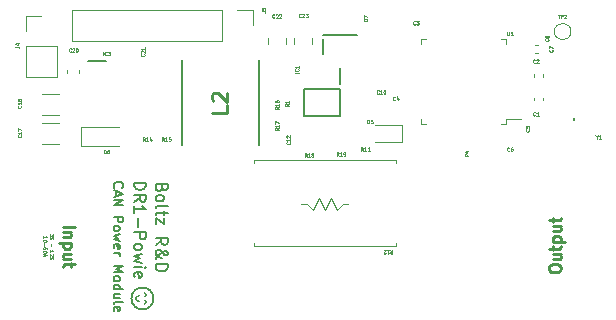
<source format=gbr>
%TF.GenerationSoftware,KiCad,Pcbnew,7.0.7*%
%TF.CreationDate,2023-09-11T02:53:06+05:30*%
%TF.ProjectId,DR1-Powie,4452312d-506f-4776-9965-2e6b69636164,rev?*%
%TF.SameCoordinates,Original*%
%TF.FileFunction,Legend,Top*%
%TF.FilePolarity,Positive*%
%FSLAX46Y46*%
G04 Gerber Fmt 4.6, Leading zero omitted, Abs format (unit mm)*
G04 Created by KiCad (PCBNEW 7.0.7) date 2023-09-11 02:53:06*
%MOMM*%
%LPD*%
G01*
G04 APERTURE LIST*
%ADD10C,0.150000*%
%ADD11C,0.250000*%
%ADD12C,0.075000*%
%ADD13C,0.200000*%
%ADD14C,0.254000*%
%ADD15C,0.120000*%
G04 APERTURE END LIST*
D10*
X99600000Y-63771963D02*
G75*
G03*
X99600000Y-63472037I0J149963D01*
G01*
X99600000Y-63171963D02*
G75*
G03*
X99600000Y-62872037I0J149963D01*
G01*
X99100000Y-63071963D02*
G75*
G03*
X99100000Y-63572037I0J-250037D01*
G01*
X100326482Y-63322037D02*
G75*
G03*
X100326482Y-63322037I-926482J0D01*
G01*
D11*
X133814619Y-60856955D02*
X133814619Y-60666479D01*
X133814619Y-60666479D02*
X133862238Y-60571241D01*
X133862238Y-60571241D02*
X133957476Y-60476003D01*
X133957476Y-60476003D02*
X134147952Y-60428384D01*
X134147952Y-60428384D02*
X134481285Y-60428384D01*
X134481285Y-60428384D02*
X134671761Y-60476003D01*
X134671761Y-60476003D02*
X134767000Y-60571241D01*
X134767000Y-60571241D02*
X134814619Y-60666479D01*
X134814619Y-60666479D02*
X134814619Y-60856955D01*
X134814619Y-60856955D02*
X134767000Y-60952193D01*
X134767000Y-60952193D02*
X134671761Y-61047431D01*
X134671761Y-61047431D02*
X134481285Y-61095050D01*
X134481285Y-61095050D02*
X134147952Y-61095050D01*
X134147952Y-61095050D02*
X133957476Y-61047431D01*
X133957476Y-61047431D02*
X133862238Y-60952193D01*
X133862238Y-60952193D02*
X133814619Y-60856955D01*
X134147952Y-59571241D02*
X134814619Y-59571241D01*
X134147952Y-59999812D02*
X134671761Y-59999812D01*
X134671761Y-59999812D02*
X134767000Y-59952193D01*
X134767000Y-59952193D02*
X134814619Y-59856955D01*
X134814619Y-59856955D02*
X134814619Y-59714098D01*
X134814619Y-59714098D02*
X134767000Y-59618860D01*
X134767000Y-59618860D02*
X134719380Y-59571241D01*
X134147952Y-59237907D02*
X134147952Y-58856955D01*
X133814619Y-59095050D02*
X134671761Y-59095050D01*
X134671761Y-59095050D02*
X134767000Y-59047431D01*
X134767000Y-59047431D02*
X134814619Y-58952193D01*
X134814619Y-58952193D02*
X134814619Y-58856955D01*
X134147952Y-58523621D02*
X135147952Y-58523621D01*
X134195571Y-58523621D02*
X134147952Y-58428383D01*
X134147952Y-58428383D02*
X134147952Y-58237907D01*
X134147952Y-58237907D02*
X134195571Y-58142669D01*
X134195571Y-58142669D02*
X134243190Y-58095050D01*
X134243190Y-58095050D02*
X134338428Y-58047431D01*
X134338428Y-58047431D02*
X134624142Y-58047431D01*
X134624142Y-58047431D02*
X134719380Y-58095050D01*
X134719380Y-58095050D02*
X134767000Y-58142669D01*
X134767000Y-58142669D02*
X134814619Y-58237907D01*
X134814619Y-58237907D02*
X134814619Y-58428383D01*
X134814619Y-58428383D02*
X134767000Y-58523621D01*
X134147952Y-57190288D02*
X134814619Y-57190288D01*
X134147952Y-57618859D02*
X134671761Y-57618859D01*
X134671761Y-57618859D02*
X134767000Y-57571240D01*
X134767000Y-57571240D02*
X134814619Y-57476002D01*
X134814619Y-57476002D02*
X134814619Y-57333145D01*
X134814619Y-57333145D02*
X134767000Y-57237907D01*
X134767000Y-57237907D02*
X134719380Y-57190288D01*
X134147952Y-56856954D02*
X134147952Y-56476002D01*
X133814619Y-56714097D02*
X134671761Y-56714097D01*
X134671761Y-56714097D02*
X134767000Y-56666478D01*
X134767000Y-56666478D02*
X134814619Y-56571240D01*
X134814619Y-56571240D02*
X134814619Y-56476002D01*
D12*
X90990614Y-58227913D02*
X90990614Y-58056484D01*
X90990614Y-58142199D02*
X91290614Y-58142199D01*
X91290614Y-58142199D02*
X91247757Y-58113627D01*
X91247757Y-58113627D02*
X91219185Y-58085056D01*
X91219185Y-58085056D02*
X91204900Y-58056484D01*
X91290614Y-58413627D02*
X91290614Y-58442198D01*
X91290614Y-58442198D02*
X91276328Y-58470770D01*
X91276328Y-58470770D02*
X91262042Y-58485056D01*
X91262042Y-58485056D02*
X91233471Y-58499341D01*
X91233471Y-58499341D02*
X91176328Y-58513627D01*
X91176328Y-58513627D02*
X91104900Y-58513627D01*
X91104900Y-58513627D02*
X91047757Y-58499341D01*
X91047757Y-58499341D02*
X91019185Y-58485056D01*
X91019185Y-58485056D02*
X91004900Y-58470770D01*
X91004900Y-58470770D02*
X90990614Y-58442198D01*
X90990614Y-58442198D02*
X90990614Y-58413627D01*
X90990614Y-58413627D02*
X91004900Y-58385056D01*
X91004900Y-58385056D02*
X91019185Y-58370770D01*
X91019185Y-58370770D02*
X91047757Y-58356484D01*
X91047757Y-58356484D02*
X91104900Y-58342198D01*
X91104900Y-58342198D02*
X91176328Y-58342198D01*
X91176328Y-58342198D02*
X91233471Y-58356484D01*
X91233471Y-58356484D02*
X91262042Y-58370770D01*
X91262042Y-58370770D02*
X91276328Y-58385056D01*
X91276328Y-58385056D02*
X91290614Y-58413627D01*
X91104900Y-58642198D02*
X91104900Y-58870770D01*
X91290614Y-59142199D02*
X91290614Y-59085056D01*
X91290614Y-59085056D02*
X91276328Y-59056484D01*
X91276328Y-59056484D02*
X91262042Y-59042199D01*
X91262042Y-59042199D02*
X91219185Y-59013627D01*
X91219185Y-59013627D02*
X91162042Y-58999341D01*
X91162042Y-58999341D02*
X91047757Y-58999341D01*
X91047757Y-58999341D02*
X91019185Y-59013627D01*
X91019185Y-59013627D02*
X91004900Y-59027913D01*
X91004900Y-59027913D02*
X90990614Y-59056484D01*
X90990614Y-59056484D02*
X90990614Y-59113627D01*
X90990614Y-59113627D02*
X91004900Y-59142199D01*
X91004900Y-59142199D02*
X91019185Y-59156484D01*
X91019185Y-59156484D02*
X91047757Y-59170770D01*
X91047757Y-59170770D02*
X91119185Y-59170770D01*
X91119185Y-59170770D02*
X91147757Y-59156484D01*
X91147757Y-59156484D02*
X91162042Y-59142199D01*
X91162042Y-59142199D02*
X91176328Y-59113627D01*
X91176328Y-59113627D02*
X91176328Y-59056484D01*
X91176328Y-59056484D02*
X91162042Y-59027913D01*
X91162042Y-59027913D02*
X91147757Y-59013627D01*
X91147757Y-59013627D02*
X91119185Y-58999341D01*
X91290614Y-59356484D02*
X91290614Y-59385055D01*
X91290614Y-59385055D02*
X91276328Y-59413627D01*
X91276328Y-59413627D02*
X91262042Y-59427913D01*
X91262042Y-59427913D02*
X91233471Y-59442198D01*
X91233471Y-59442198D02*
X91176328Y-59456484D01*
X91176328Y-59456484D02*
X91104900Y-59456484D01*
X91104900Y-59456484D02*
X91047757Y-59442198D01*
X91047757Y-59442198D02*
X91019185Y-59427913D01*
X91019185Y-59427913D02*
X91004900Y-59413627D01*
X91004900Y-59413627D02*
X90990614Y-59385055D01*
X90990614Y-59385055D02*
X90990614Y-59356484D01*
X90990614Y-59356484D02*
X91004900Y-59327913D01*
X91004900Y-59327913D02*
X91019185Y-59313627D01*
X91019185Y-59313627D02*
X91047757Y-59299341D01*
X91047757Y-59299341D02*
X91104900Y-59285055D01*
X91104900Y-59285055D02*
X91176328Y-59285055D01*
X91176328Y-59285055D02*
X91233471Y-59299341D01*
X91233471Y-59299341D02*
X91262042Y-59313627D01*
X91262042Y-59313627D02*
X91276328Y-59327913D01*
X91276328Y-59327913D02*
X91290614Y-59356484D01*
X91076328Y-59570769D02*
X91076328Y-59713627D01*
X90990614Y-59542198D02*
X91290614Y-59642198D01*
X91290614Y-59642198D02*
X90990614Y-59742198D01*
D11*
X92685380Y-57252568D02*
X93685380Y-57252568D01*
X93352047Y-57728758D02*
X92685380Y-57728758D01*
X93256809Y-57728758D02*
X93304428Y-57776377D01*
X93304428Y-57776377D02*
X93352047Y-57871615D01*
X93352047Y-57871615D02*
X93352047Y-58014472D01*
X93352047Y-58014472D02*
X93304428Y-58109710D01*
X93304428Y-58109710D02*
X93209190Y-58157329D01*
X93209190Y-58157329D02*
X92685380Y-58157329D01*
X93352047Y-58633520D02*
X92352047Y-58633520D01*
X93304428Y-58633520D02*
X93352047Y-58728758D01*
X93352047Y-58728758D02*
X93352047Y-58919234D01*
X93352047Y-58919234D02*
X93304428Y-59014472D01*
X93304428Y-59014472D02*
X93256809Y-59062091D01*
X93256809Y-59062091D02*
X93161571Y-59109710D01*
X93161571Y-59109710D02*
X92875857Y-59109710D01*
X92875857Y-59109710D02*
X92780619Y-59062091D01*
X92780619Y-59062091D02*
X92733000Y-59014472D01*
X92733000Y-59014472D02*
X92685380Y-58919234D01*
X92685380Y-58919234D02*
X92685380Y-58728758D01*
X92685380Y-58728758D02*
X92733000Y-58633520D01*
X93352047Y-59966853D02*
X92685380Y-59966853D01*
X93352047Y-59538282D02*
X92828238Y-59538282D01*
X92828238Y-59538282D02*
X92733000Y-59585901D01*
X92733000Y-59585901D02*
X92685380Y-59681139D01*
X92685380Y-59681139D02*
X92685380Y-59823996D01*
X92685380Y-59823996D02*
X92733000Y-59919234D01*
X92733000Y-59919234D02*
X92780619Y-59966853D01*
X93352047Y-60300187D02*
X93352047Y-60681139D01*
X93685380Y-60443044D02*
X92828238Y-60443044D01*
X92828238Y-60443044D02*
X92733000Y-60490663D01*
X92733000Y-60490663D02*
X92685380Y-60585901D01*
X92685380Y-60585901D02*
X92685380Y-60681139D01*
D13*
X101056590Y-53953006D02*
X101008971Y-54095863D01*
X101008971Y-54095863D02*
X100961352Y-54143482D01*
X100961352Y-54143482D02*
X100866114Y-54191101D01*
X100866114Y-54191101D02*
X100723257Y-54191101D01*
X100723257Y-54191101D02*
X100628019Y-54143482D01*
X100628019Y-54143482D02*
X100580400Y-54095863D01*
X100580400Y-54095863D02*
X100532780Y-54000625D01*
X100532780Y-54000625D02*
X100532780Y-53619673D01*
X100532780Y-53619673D02*
X101532780Y-53619673D01*
X101532780Y-53619673D02*
X101532780Y-53953006D01*
X101532780Y-53953006D02*
X101485161Y-54048244D01*
X101485161Y-54048244D02*
X101437542Y-54095863D01*
X101437542Y-54095863D02*
X101342304Y-54143482D01*
X101342304Y-54143482D02*
X101247066Y-54143482D01*
X101247066Y-54143482D02*
X101151828Y-54095863D01*
X101151828Y-54095863D02*
X101104209Y-54048244D01*
X101104209Y-54048244D02*
X101056590Y-53953006D01*
X101056590Y-53953006D02*
X101056590Y-53619673D01*
X100532780Y-54762530D02*
X100580400Y-54667292D01*
X100580400Y-54667292D02*
X100628019Y-54619673D01*
X100628019Y-54619673D02*
X100723257Y-54572054D01*
X100723257Y-54572054D02*
X101008971Y-54572054D01*
X101008971Y-54572054D02*
X101104209Y-54619673D01*
X101104209Y-54619673D02*
X101151828Y-54667292D01*
X101151828Y-54667292D02*
X101199447Y-54762530D01*
X101199447Y-54762530D02*
X101199447Y-54905387D01*
X101199447Y-54905387D02*
X101151828Y-55000625D01*
X101151828Y-55000625D02*
X101104209Y-55048244D01*
X101104209Y-55048244D02*
X101008971Y-55095863D01*
X101008971Y-55095863D02*
X100723257Y-55095863D01*
X100723257Y-55095863D02*
X100628019Y-55048244D01*
X100628019Y-55048244D02*
X100580400Y-55000625D01*
X100580400Y-55000625D02*
X100532780Y-54905387D01*
X100532780Y-54905387D02*
X100532780Y-54762530D01*
X100532780Y-55667292D02*
X100580400Y-55572054D01*
X100580400Y-55572054D02*
X100675638Y-55524435D01*
X100675638Y-55524435D02*
X101532780Y-55524435D01*
X101199447Y-55905388D02*
X101199447Y-56286340D01*
X101532780Y-56048245D02*
X100675638Y-56048245D01*
X100675638Y-56048245D02*
X100580400Y-56095864D01*
X100580400Y-56095864D02*
X100532780Y-56191102D01*
X100532780Y-56191102D02*
X100532780Y-56286340D01*
X101199447Y-56524436D02*
X101199447Y-57048245D01*
X101199447Y-57048245D02*
X100532780Y-56524436D01*
X100532780Y-56524436D02*
X100532780Y-57048245D01*
X100532780Y-58762531D02*
X101008971Y-58429198D01*
X100532780Y-58191103D02*
X101532780Y-58191103D01*
X101532780Y-58191103D02*
X101532780Y-58572055D01*
X101532780Y-58572055D02*
X101485161Y-58667293D01*
X101485161Y-58667293D02*
X101437542Y-58714912D01*
X101437542Y-58714912D02*
X101342304Y-58762531D01*
X101342304Y-58762531D02*
X101199447Y-58762531D01*
X101199447Y-58762531D02*
X101104209Y-58714912D01*
X101104209Y-58714912D02*
X101056590Y-58667293D01*
X101056590Y-58667293D02*
X101008971Y-58572055D01*
X101008971Y-58572055D02*
X101008971Y-58191103D01*
X100532780Y-60000627D02*
X100532780Y-59953008D01*
X100532780Y-59953008D02*
X100580400Y-59857769D01*
X100580400Y-59857769D02*
X100723257Y-59714912D01*
X100723257Y-59714912D02*
X101008971Y-59476817D01*
X101008971Y-59476817D02*
X101151828Y-59381579D01*
X101151828Y-59381579D02*
X101294685Y-59333960D01*
X101294685Y-59333960D02*
X101389923Y-59333960D01*
X101389923Y-59333960D02*
X101485161Y-59381579D01*
X101485161Y-59381579D02*
X101532780Y-59476817D01*
X101532780Y-59476817D02*
X101532780Y-59524436D01*
X101532780Y-59524436D02*
X101485161Y-59619674D01*
X101485161Y-59619674D02*
X101389923Y-59667293D01*
X101389923Y-59667293D02*
X101342304Y-59667293D01*
X101342304Y-59667293D02*
X101247066Y-59619674D01*
X101247066Y-59619674D02*
X101199447Y-59572055D01*
X101199447Y-59572055D02*
X101008971Y-59286341D01*
X101008971Y-59286341D02*
X100961352Y-59238722D01*
X100961352Y-59238722D02*
X100866114Y-59191103D01*
X100866114Y-59191103D02*
X100723257Y-59191103D01*
X100723257Y-59191103D02*
X100628019Y-59238722D01*
X100628019Y-59238722D02*
X100580400Y-59286341D01*
X100580400Y-59286341D02*
X100532780Y-59381579D01*
X100532780Y-59381579D02*
X100532780Y-59524436D01*
X100532780Y-59524436D02*
X100580400Y-59619674D01*
X100580400Y-59619674D02*
X100628019Y-59667293D01*
X100628019Y-59667293D02*
X100818495Y-59810150D01*
X100818495Y-59810150D02*
X100961352Y-59857769D01*
X100961352Y-59857769D02*
X101056590Y-59857769D01*
X100532780Y-60429198D02*
X101532780Y-60429198D01*
X101532780Y-60429198D02*
X101532780Y-60667293D01*
X101532780Y-60667293D02*
X101485161Y-60810150D01*
X101485161Y-60810150D02*
X101389923Y-60905388D01*
X101389923Y-60905388D02*
X101294685Y-60953007D01*
X101294685Y-60953007D02*
X101104209Y-61000626D01*
X101104209Y-61000626D02*
X100961352Y-61000626D01*
X100961352Y-61000626D02*
X100770876Y-60953007D01*
X100770876Y-60953007D02*
X100675638Y-60905388D01*
X100675638Y-60905388D02*
X100580400Y-60810150D01*
X100580400Y-60810150D02*
X100532780Y-60667293D01*
X100532780Y-60667293D02*
X100532780Y-60429198D01*
X98682780Y-53541710D02*
X99682780Y-53541710D01*
X99682780Y-53541710D02*
X99682780Y-53779805D01*
X99682780Y-53779805D02*
X99635161Y-53922662D01*
X99635161Y-53922662D02*
X99539923Y-54017900D01*
X99539923Y-54017900D02*
X99444685Y-54065519D01*
X99444685Y-54065519D02*
X99254209Y-54113138D01*
X99254209Y-54113138D02*
X99111352Y-54113138D01*
X99111352Y-54113138D02*
X98920876Y-54065519D01*
X98920876Y-54065519D02*
X98825638Y-54017900D01*
X98825638Y-54017900D02*
X98730400Y-53922662D01*
X98730400Y-53922662D02*
X98682780Y-53779805D01*
X98682780Y-53779805D02*
X98682780Y-53541710D01*
X98682780Y-55113138D02*
X99158971Y-54779805D01*
X98682780Y-54541710D02*
X99682780Y-54541710D01*
X99682780Y-54541710D02*
X99682780Y-54922662D01*
X99682780Y-54922662D02*
X99635161Y-55017900D01*
X99635161Y-55017900D02*
X99587542Y-55065519D01*
X99587542Y-55065519D02*
X99492304Y-55113138D01*
X99492304Y-55113138D02*
X99349447Y-55113138D01*
X99349447Y-55113138D02*
X99254209Y-55065519D01*
X99254209Y-55065519D02*
X99206590Y-55017900D01*
X99206590Y-55017900D02*
X99158971Y-54922662D01*
X99158971Y-54922662D02*
X99158971Y-54541710D01*
X98682780Y-56065519D02*
X98682780Y-55494091D01*
X98682780Y-55779805D02*
X99682780Y-55779805D01*
X99682780Y-55779805D02*
X99539923Y-55684567D01*
X99539923Y-55684567D02*
X99444685Y-55589329D01*
X99444685Y-55589329D02*
X99397066Y-55494091D01*
X99063733Y-56494091D02*
X99063733Y-57255996D01*
X98682780Y-57732186D02*
X99682780Y-57732186D01*
X99682780Y-57732186D02*
X99682780Y-58113138D01*
X99682780Y-58113138D02*
X99635161Y-58208376D01*
X99635161Y-58208376D02*
X99587542Y-58255995D01*
X99587542Y-58255995D02*
X99492304Y-58303614D01*
X99492304Y-58303614D02*
X99349447Y-58303614D01*
X99349447Y-58303614D02*
X99254209Y-58255995D01*
X99254209Y-58255995D02*
X99206590Y-58208376D01*
X99206590Y-58208376D02*
X99158971Y-58113138D01*
X99158971Y-58113138D02*
X99158971Y-57732186D01*
X98682780Y-58875043D02*
X98730400Y-58779805D01*
X98730400Y-58779805D02*
X98778019Y-58732186D01*
X98778019Y-58732186D02*
X98873257Y-58684567D01*
X98873257Y-58684567D02*
X99158971Y-58684567D01*
X99158971Y-58684567D02*
X99254209Y-58732186D01*
X99254209Y-58732186D02*
X99301828Y-58779805D01*
X99301828Y-58779805D02*
X99349447Y-58875043D01*
X99349447Y-58875043D02*
X99349447Y-59017900D01*
X99349447Y-59017900D02*
X99301828Y-59113138D01*
X99301828Y-59113138D02*
X99254209Y-59160757D01*
X99254209Y-59160757D02*
X99158971Y-59208376D01*
X99158971Y-59208376D02*
X98873257Y-59208376D01*
X98873257Y-59208376D02*
X98778019Y-59160757D01*
X98778019Y-59160757D02*
X98730400Y-59113138D01*
X98730400Y-59113138D02*
X98682780Y-59017900D01*
X98682780Y-59017900D02*
X98682780Y-58875043D01*
X99349447Y-59541710D02*
X98682780Y-59732186D01*
X98682780Y-59732186D02*
X99158971Y-59922662D01*
X99158971Y-59922662D02*
X98682780Y-60113138D01*
X98682780Y-60113138D02*
X99349447Y-60303614D01*
X98682780Y-60684567D02*
X99349447Y-60684567D01*
X99682780Y-60684567D02*
X99635161Y-60636948D01*
X99635161Y-60636948D02*
X99587542Y-60684567D01*
X99587542Y-60684567D02*
X99635161Y-60732186D01*
X99635161Y-60732186D02*
X99682780Y-60684567D01*
X99682780Y-60684567D02*
X99587542Y-60684567D01*
X98730400Y-61541709D02*
X98682780Y-61446471D01*
X98682780Y-61446471D02*
X98682780Y-61255995D01*
X98682780Y-61255995D02*
X98730400Y-61160757D01*
X98730400Y-61160757D02*
X98825638Y-61113138D01*
X98825638Y-61113138D02*
X99206590Y-61113138D01*
X99206590Y-61113138D02*
X99301828Y-61160757D01*
X99301828Y-61160757D02*
X99349447Y-61255995D01*
X99349447Y-61255995D02*
X99349447Y-61446471D01*
X99349447Y-61446471D02*
X99301828Y-61541709D01*
X99301828Y-61541709D02*
X99206590Y-61589328D01*
X99206590Y-61589328D02*
X99111352Y-61589328D01*
X99111352Y-61589328D02*
X99016114Y-61113138D01*
D10*
X97031895Y-53946303D02*
X96993800Y-53908207D01*
X96993800Y-53908207D02*
X96955704Y-53793922D01*
X96955704Y-53793922D02*
X96955704Y-53717731D01*
X96955704Y-53717731D02*
X96993800Y-53603445D01*
X96993800Y-53603445D02*
X97069990Y-53527255D01*
X97069990Y-53527255D02*
X97146180Y-53489160D01*
X97146180Y-53489160D02*
X97298561Y-53451064D01*
X97298561Y-53451064D02*
X97412847Y-53451064D01*
X97412847Y-53451064D02*
X97565228Y-53489160D01*
X97565228Y-53489160D02*
X97641419Y-53527255D01*
X97641419Y-53527255D02*
X97717609Y-53603445D01*
X97717609Y-53603445D02*
X97755704Y-53717731D01*
X97755704Y-53717731D02*
X97755704Y-53793922D01*
X97755704Y-53793922D02*
X97717609Y-53908207D01*
X97717609Y-53908207D02*
X97679514Y-53946303D01*
X97184276Y-54251064D02*
X97184276Y-54632017D01*
X96955704Y-54174874D02*
X97755704Y-54441541D01*
X97755704Y-54441541D02*
X96955704Y-54708207D01*
X96955704Y-54974874D02*
X97755704Y-54974874D01*
X97755704Y-54974874D02*
X96955704Y-55432017D01*
X96955704Y-55432017D02*
X97755704Y-55432017D01*
X96955704Y-56422493D02*
X97755704Y-56422493D01*
X97755704Y-56422493D02*
X97755704Y-56727255D01*
X97755704Y-56727255D02*
X97717609Y-56803445D01*
X97717609Y-56803445D02*
X97679514Y-56841540D01*
X97679514Y-56841540D02*
X97603323Y-56879636D01*
X97603323Y-56879636D02*
X97489038Y-56879636D01*
X97489038Y-56879636D02*
X97412847Y-56841540D01*
X97412847Y-56841540D02*
X97374752Y-56803445D01*
X97374752Y-56803445D02*
X97336657Y-56727255D01*
X97336657Y-56727255D02*
X97336657Y-56422493D01*
X96955704Y-57336778D02*
X96993800Y-57260588D01*
X96993800Y-57260588D02*
X97031895Y-57222493D01*
X97031895Y-57222493D02*
X97108085Y-57184397D01*
X97108085Y-57184397D02*
X97336657Y-57184397D01*
X97336657Y-57184397D02*
X97412847Y-57222493D01*
X97412847Y-57222493D02*
X97450942Y-57260588D01*
X97450942Y-57260588D02*
X97489038Y-57336778D01*
X97489038Y-57336778D02*
X97489038Y-57451064D01*
X97489038Y-57451064D02*
X97450942Y-57527255D01*
X97450942Y-57527255D02*
X97412847Y-57565350D01*
X97412847Y-57565350D02*
X97336657Y-57603445D01*
X97336657Y-57603445D02*
X97108085Y-57603445D01*
X97108085Y-57603445D02*
X97031895Y-57565350D01*
X97031895Y-57565350D02*
X96993800Y-57527255D01*
X96993800Y-57527255D02*
X96955704Y-57451064D01*
X96955704Y-57451064D02*
X96955704Y-57336778D01*
X97489038Y-57870112D02*
X96955704Y-58022493D01*
X96955704Y-58022493D02*
X97336657Y-58174874D01*
X97336657Y-58174874D02*
X96955704Y-58327255D01*
X96955704Y-58327255D02*
X97489038Y-58479636D01*
X96993800Y-59089160D02*
X96955704Y-59012969D01*
X96955704Y-59012969D02*
X96955704Y-58860588D01*
X96955704Y-58860588D02*
X96993800Y-58784398D01*
X96993800Y-58784398D02*
X97069990Y-58746302D01*
X97069990Y-58746302D02*
X97374752Y-58746302D01*
X97374752Y-58746302D02*
X97450942Y-58784398D01*
X97450942Y-58784398D02*
X97489038Y-58860588D01*
X97489038Y-58860588D02*
X97489038Y-59012969D01*
X97489038Y-59012969D02*
X97450942Y-59089160D01*
X97450942Y-59089160D02*
X97374752Y-59127255D01*
X97374752Y-59127255D02*
X97298561Y-59127255D01*
X97298561Y-59127255D02*
X97222371Y-58746302D01*
X96955704Y-59470112D02*
X97489038Y-59470112D01*
X97336657Y-59470112D02*
X97412847Y-59508207D01*
X97412847Y-59508207D02*
X97450942Y-59546302D01*
X97450942Y-59546302D02*
X97489038Y-59622493D01*
X97489038Y-59622493D02*
X97489038Y-59698683D01*
X96955704Y-60574874D02*
X97755704Y-60574874D01*
X97755704Y-60574874D02*
X97184276Y-60841540D01*
X97184276Y-60841540D02*
X97755704Y-61108207D01*
X97755704Y-61108207D02*
X96955704Y-61108207D01*
X96955704Y-61603445D02*
X96993800Y-61527255D01*
X96993800Y-61527255D02*
X97031895Y-61489160D01*
X97031895Y-61489160D02*
X97108085Y-61451064D01*
X97108085Y-61451064D02*
X97336657Y-61451064D01*
X97336657Y-61451064D02*
X97412847Y-61489160D01*
X97412847Y-61489160D02*
X97450942Y-61527255D01*
X97450942Y-61527255D02*
X97489038Y-61603445D01*
X97489038Y-61603445D02*
X97489038Y-61717731D01*
X97489038Y-61717731D02*
X97450942Y-61793922D01*
X97450942Y-61793922D02*
X97412847Y-61832017D01*
X97412847Y-61832017D02*
X97336657Y-61870112D01*
X97336657Y-61870112D02*
X97108085Y-61870112D01*
X97108085Y-61870112D02*
X97031895Y-61832017D01*
X97031895Y-61832017D02*
X96993800Y-61793922D01*
X96993800Y-61793922D02*
X96955704Y-61717731D01*
X96955704Y-61717731D02*
X96955704Y-61603445D01*
X96955704Y-62555827D02*
X97755704Y-62555827D01*
X96993800Y-62555827D02*
X96955704Y-62479636D01*
X96955704Y-62479636D02*
X96955704Y-62327255D01*
X96955704Y-62327255D02*
X96993800Y-62251065D01*
X96993800Y-62251065D02*
X97031895Y-62212970D01*
X97031895Y-62212970D02*
X97108085Y-62174874D01*
X97108085Y-62174874D02*
X97336657Y-62174874D01*
X97336657Y-62174874D02*
X97412847Y-62212970D01*
X97412847Y-62212970D02*
X97450942Y-62251065D01*
X97450942Y-62251065D02*
X97489038Y-62327255D01*
X97489038Y-62327255D02*
X97489038Y-62479636D01*
X97489038Y-62479636D02*
X97450942Y-62555827D01*
X97489038Y-63279637D02*
X96955704Y-63279637D01*
X97489038Y-62936780D02*
X97069990Y-62936780D01*
X97069990Y-62936780D02*
X96993800Y-62974875D01*
X96993800Y-62974875D02*
X96955704Y-63051065D01*
X96955704Y-63051065D02*
X96955704Y-63165351D01*
X96955704Y-63165351D02*
X96993800Y-63241542D01*
X96993800Y-63241542D02*
X97031895Y-63279637D01*
X96955704Y-63774875D02*
X96993800Y-63698685D01*
X96993800Y-63698685D02*
X97069990Y-63660590D01*
X97069990Y-63660590D02*
X97755704Y-63660590D01*
X96993800Y-64384400D02*
X96955704Y-64308209D01*
X96955704Y-64308209D02*
X96955704Y-64155828D01*
X96955704Y-64155828D02*
X96993800Y-64079638D01*
X96993800Y-64079638D02*
X97069990Y-64041542D01*
X97069990Y-64041542D02*
X97374752Y-64041542D01*
X97374752Y-64041542D02*
X97450942Y-64079638D01*
X97450942Y-64079638D02*
X97489038Y-64155828D01*
X97489038Y-64155828D02*
X97489038Y-64308209D01*
X97489038Y-64308209D02*
X97450942Y-64384400D01*
X97450942Y-64384400D02*
X97374752Y-64422495D01*
X97374752Y-64422495D02*
X97298561Y-64422495D01*
X97298561Y-64422495D02*
X97222371Y-64041542D01*
D12*
X91840614Y-57842199D02*
X91840614Y-58027913D01*
X91840614Y-58027913D02*
X91726328Y-57927913D01*
X91726328Y-57927913D02*
X91726328Y-57970770D01*
X91726328Y-57970770D02*
X91712042Y-57999342D01*
X91712042Y-57999342D02*
X91697757Y-58013627D01*
X91697757Y-58013627D02*
X91669185Y-58027913D01*
X91669185Y-58027913D02*
X91597757Y-58027913D01*
X91597757Y-58027913D02*
X91569185Y-58013627D01*
X91569185Y-58013627D02*
X91554900Y-57999342D01*
X91554900Y-57999342D02*
X91540614Y-57970770D01*
X91540614Y-57970770D02*
X91540614Y-57885056D01*
X91540614Y-57885056D02*
X91554900Y-57856484D01*
X91554900Y-57856484D02*
X91569185Y-57842199D01*
X91554900Y-58142198D02*
X91540614Y-58185056D01*
X91540614Y-58185056D02*
X91540614Y-58256484D01*
X91540614Y-58256484D02*
X91554900Y-58285056D01*
X91554900Y-58285056D02*
X91569185Y-58299341D01*
X91569185Y-58299341D02*
X91597757Y-58313627D01*
X91597757Y-58313627D02*
X91626328Y-58313627D01*
X91626328Y-58313627D02*
X91654900Y-58299341D01*
X91654900Y-58299341D02*
X91669185Y-58285056D01*
X91669185Y-58285056D02*
X91683471Y-58256484D01*
X91683471Y-58256484D02*
X91697757Y-58199341D01*
X91697757Y-58199341D02*
X91712042Y-58170770D01*
X91712042Y-58170770D02*
X91726328Y-58156484D01*
X91726328Y-58156484D02*
X91754900Y-58142198D01*
X91754900Y-58142198D02*
X91783471Y-58142198D01*
X91783471Y-58142198D02*
X91812042Y-58156484D01*
X91812042Y-58156484D02*
X91826328Y-58170770D01*
X91826328Y-58170770D02*
X91840614Y-58199341D01*
X91840614Y-58199341D02*
X91840614Y-58270770D01*
X91840614Y-58270770D02*
X91826328Y-58313627D01*
X91654900Y-58670769D02*
X91654900Y-58899341D01*
X91540614Y-59427912D02*
X91540614Y-59256483D01*
X91540614Y-59342198D02*
X91840614Y-59342198D01*
X91840614Y-59342198D02*
X91797757Y-59313626D01*
X91797757Y-59313626D02*
X91769185Y-59285055D01*
X91769185Y-59285055D02*
X91754900Y-59256483D01*
X91812042Y-59542197D02*
X91826328Y-59556483D01*
X91826328Y-59556483D02*
X91840614Y-59585055D01*
X91840614Y-59585055D02*
X91840614Y-59656483D01*
X91840614Y-59656483D02*
X91826328Y-59685055D01*
X91826328Y-59685055D02*
X91812042Y-59699340D01*
X91812042Y-59699340D02*
X91783471Y-59713626D01*
X91783471Y-59713626D02*
X91754900Y-59713626D01*
X91754900Y-59713626D02*
X91712042Y-59699340D01*
X91712042Y-59699340D02*
X91540614Y-59527912D01*
X91540614Y-59527912D02*
X91540614Y-59713626D01*
X91554900Y-59827911D02*
X91540614Y-59870769D01*
X91540614Y-59870769D02*
X91540614Y-59942197D01*
X91540614Y-59942197D02*
X91554900Y-59970769D01*
X91554900Y-59970769D02*
X91569185Y-59985054D01*
X91569185Y-59985054D02*
X91597757Y-59999340D01*
X91597757Y-59999340D02*
X91626328Y-59999340D01*
X91626328Y-59999340D02*
X91654900Y-59985054D01*
X91654900Y-59985054D02*
X91669185Y-59970769D01*
X91669185Y-59970769D02*
X91683471Y-59942197D01*
X91683471Y-59942197D02*
X91697757Y-59885054D01*
X91697757Y-59885054D02*
X91712042Y-59856483D01*
X91712042Y-59856483D02*
X91726328Y-59842197D01*
X91726328Y-59842197D02*
X91754900Y-59827911D01*
X91754900Y-59827911D02*
X91783471Y-59827911D01*
X91783471Y-59827911D02*
X91812042Y-59842197D01*
X91812042Y-59842197D02*
X91826328Y-59856483D01*
X91826328Y-59856483D02*
X91840614Y-59885054D01*
X91840614Y-59885054D02*
X91840614Y-59956483D01*
X91840614Y-59956483D02*
X91826328Y-59999340D01*
X96118571Y-51034885D02*
X96118571Y-50734885D01*
X96118571Y-50734885D02*
X96190000Y-50734885D01*
X96190000Y-50734885D02*
X96232857Y-50749171D01*
X96232857Y-50749171D02*
X96261428Y-50777742D01*
X96261428Y-50777742D02*
X96275714Y-50806314D01*
X96275714Y-50806314D02*
X96290000Y-50863457D01*
X96290000Y-50863457D02*
X96290000Y-50906314D01*
X96290000Y-50906314D02*
X96275714Y-50963457D01*
X96275714Y-50963457D02*
X96261428Y-50992028D01*
X96261428Y-50992028D02*
X96232857Y-51020600D01*
X96232857Y-51020600D02*
X96190000Y-51034885D01*
X96190000Y-51034885D02*
X96118571Y-51034885D01*
X96547143Y-50734885D02*
X96490000Y-50734885D01*
X96490000Y-50734885D02*
X96461428Y-50749171D01*
X96461428Y-50749171D02*
X96447143Y-50763457D01*
X96447143Y-50763457D02*
X96418571Y-50806314D01*
X96418571Y-50806314D02*
X96404285Y-50863457D01*
X96404285Y-50863457D02*
X96404285Y-50977742D01*
X96404285Y-50977742D02*
X96418571Y-51006314D01*
X96418571Y-51006314D02*
X96432857Y-51020600D01*
X96432857Y-51020600D02*
X96461428Y-51034885D01*
X96461428Y-51034885D02*
X96518571Y-51034885D01*
X96518571Y-51034885D02*
X96547143Y-51020600D01*
X96547143Y-51020600D02*
X96561428Y-51006314D01*
X96561428Y-51006314D02*
X96575714Y-50977742D01*
X96575714Y-50977742D02*
X96575714Y-50906314D01*
X96575714Y-50906314D02*
X96561428Y-50877742D01*
X96561428Y-50877742D02*
X96547143Y-50863457D01*
X96547143Y-50863457D02*
X96518571Y-50849171D01*
X96518571Y-50849171D02*
X96461428Y-50849171D01*
X96461428Y-50849171D02*
X96432857Y-50863457D01*
X96432857Y-50863457D02*
X96418571Y-50877742D01*
X96418571Y-50877742D02*
X96404285Y-50906314D01*
X132650000Y-43356314D02*
X132635714Y-43370600D01*
X132635714Y-43370600D02*
X132592857Y-43384885D01*
X132592857Y-43384885D02*
X132564285Y-43384885D01*
X132564285Y-43384885D02*
X132521428Y-43370600D01*
X132521428Y-43370600D02*
X132492857Y-43342028D01*
X132492857Y-43342028D02*
X132478571Y-43313457D01*
X132478571Y-43313457D02*
X132464285Y-43256314D01*
X132464285Y-43256314D02*
X132464285Y-43213457D01*
X132464285Y-43213457D02*
X132478571Y-43156314D01*
X132478571Y-43156314D02*
X132492857Y-43127742D01*
X132492857Y-43127742D02*
X132521428Y-43099171D01*
X132521428Y-43099171D02*
X132564285Y-43084885D01*
X132564285Y-43084885D02*
X132592857Y-43084885D01*
X132592857Y-43084885D02*
X132635714Y-43099171D01*
X132635714Y-43099171D02*
X132650000Y-43113457D01*
X132764285Y-43113457D02*
X132778571Y-43099171D01*
X132778571Y-43099171D02*
X132807143Y-43084885D01*
X132807143Y-43084885D02*
X132878571Y-43084885D01*
X132878571Y-43084885D02*
X132907143Y-43099171D01*
X132907143Y-43099171D02*
X132921428Y-43113457D01*
X132921428Y-43113457D02*
X132935714Y-43142028D01*
X132935714Y-43142028D02*
X132935714Y-43170600D01*
X132935714Y-43170600D02*
X132921428Y-43213457D01*
X132921428Y-43213457D02*
X132750000Y-43384885D01*
X132750000Y-43384885D02*
X132935714Y-43384885D01*
X89106314Y-46992856D02*
X89120600Y-47007142D01*
X89120600Y-47007142D02*
X89134885Y-47049999D01*
X89134885Y-47049999D02*
X89134885Y-47078571D01*
X89134885Y-47078571D02*
X89120600Y-47121428D01*
X89120600Y-47121428D02*
X89092028Y-47149999D01*
X89092028Y-47149999D02*
X89063457Y-47164285D01*
X89063457Y-47164285D02*
X89006314Y-47178571D01*
X89006314Y-47178571D02*
X88963457Y-47178571D01*
X88963457Y-47178571D02*
X88906314Y-47164285D01*
X88906314Y-47164285D02*
X88877742Y-47149999D01*
X88877742Y-47149999D02*
X88849171Y-47121428D01*
X88849171Y-47121428D02*
X88834885Y-47078571D01*
X88834885Y-47078571D02*
X88834885Y-47049999D01*
X88834885Y-47049999D02*
X88849171Y-47007142D01*
X88849171Y-47007142D02*
X88863457Y-46992856D01*
X89134885Y-46707142D02*
X89134885Y-46878571D01*
X89134885Y-46792856D02*
X88834885Y-46792856D01*
X88834885Y-46792856D02*
X88877742Y-46821428D01*
X88877742Y-46821428D02*
X88906314Y-46849999D01*
X88906314Y-46849999D02*
X88920600Y-46878571D01*
X88963457Y-46535714D02*
X88949171Y-46564285D01*
X88949171Y-46564285D02*
X88934885Y-46578571D01*
X88934885Y-46578571D02*
X88906314Y-46592857D01*
X88906314Y-46592857D02*
X88892028Y-46592857D01*
X88892028Y-46592857D02*
X88863457Y-46578571D01*
X88863457Y-46578571D02*
X88849171Y-46564285D01*
X88849171Y-46564285D02*
X88834885Y-46535714D01*
X88834885Y-46535714D02*
X88834885Y-46478571D01*
X88834885Y-46478571D02*
X88849171Y-46450000D01*
X88849171Y-46450000D02*
X88863457Y-46435714D01*
X88863457Y-46435714D02*
X88892028Y-46421428D01*
X88892028Y-46421428D02*
X88906314Y-46421428D01*
X88906314Y-46421428D02*
X88934885Y-46435714D01*
X88934885Y-46435714D02*
X88949171Y-46450000D01*
X88949171Y-46450000D02*
X88963457Y-46478571D01*
X88963457Y-46478571D02*
X88963457Y-46535714D01*
X88963457Y-46535714D02*
X88977742Y-46564285D01*
X88977742Y-46564285D02*
X88992028Y-46578571D01*
X88992028Y-46578571D02*
X89020600Y-46592857D01*
X89020600Y-46592857D02*
X89077742Y-46592857D01*
X89077742Y-46592857D02*
X89106314Y-46578571D01*
X89106314Y-46578571D02*
X89120600Y-46564285D01*
X89120600Y-46564285D02*
X89134885Y-46535714D01*
X89134885Y-46535714D02*
X89134885Y-46478571D01*
X89134885Y-46478571D02*
X89120600Y-46450000D01*
X89120600Y-46450000D02*
X89106314Y-46435714D01*
X89106314Y-46435714D02*
X89077742Y-46421428D01*
X89077742Y-46421428D02*
X89020600Y-46421428D01*
X89020600Y-46421428D02*
X88992028Y-46435714D01*
X88992028Y-46435714D02*
X88977742Y-46450000D01*
X88977742Y-46450000D02*
X88963457Y-46478571D01*
X119407143Y-45956314D02*
X119392857Y-45970600D01*
X119392857Y-45970600D02*
X119350000Y-45984885D01*
X119350000Y-45984885D02*
X119321428Y-45984885D01*
X119321428Y-45984885D02*
X119278571Y-45970600D01*
X119278571Y-45970600D02*
X119250000Y-45942028D01*
X119250000Y-45942028D02*
X119235714Y-45913457D01*
X119235714Y-45913457D02*
X119221428Y-45856314D01*
X119221428Y-45856314D02*
X119221428Y-45813457D01*
X119221428Y-45813457D02*
X119235714Y-45756314D01*
X119235714Y-45756314D02*
X119250000Y-45727742D01*
X119250000Y-45727742D02*
X119278571Y-45699171D01*
X119278571Y-45699171D02*
X119321428Y-45684885D01*
X119321428Y-45684885D02*
X119350000Y-45684885D01*
X119350000Y-45684885D02*
X119392857Y-45699171D01*
X119392857Y-45699171D02*
X119407143Y-45713457D01*
X119692857Y-45984885D02*
X119521428Y-45984885D01*
X119607143Y-45984885D02*
X119607143Y-45684885D01*
X119607143Y-45684885D02*
X119578571Y-45727742D01*
X119578571Y-45727742D02*
X119550000Y-45756314D01*
X119550000Y-45756314D02*
X119521428Y-45770600D01*
X119878571Y-45684885D02*
X119907142Y-45684885D01*
X119907142Y-45684885D02*
X119935714Y-45699171D01*
X119935714Y-45699171D02*
X119950000Y-45713457D01*
X119950000Y-45713457D02*
X119964285Y-45742028D01*
X119964285Y-45742028D02*
X119978571Y-45799171D01*
X119978571Y-45799171D02*
X119978571Y-45870600D01*
X119978571Y-45870600D02*
X119964285Y-45927742D01*
X119964285Y-45927742D02*
X119950000Y-45956314D01*
X119950000Y-45956314D02*
X119935714Y-45970600D01*
X119935714Y-45970600D02*
X119907142Y-45984885D01*
X119907142Y-45984885D02*
X119878571Y-45984885D01*
X119878571Y-45984885D02*
X119850000Y-45970600D01*
X119850000Y-45970600D02*
X119835714Y-45956314D01*
X119835714Y-45956314D02*
X119821428Y-45927742D01*
X119821428Y-45927742D02*
X119807142Y-45870600D01*
X119807142Y-45870600D02*
X119807142Y-45799171D01*
X119807142Y-45799171D02*
X119821428Y-45742028D01*
X119821428Y-45742028D02*
X119835714Y-45713457D01*
X119835714Y-45713457D02*
X119850000Y-45699171D01*
X119850000Y-45699171D02*
X119878571Y-45684885D01*
X99607143Y-49984885D02*
X99507143Y-49842028D01*
X99435714Y-49984885D02*
X99435714Y-49684885D01*
X99435714Y-49684885D02*
X99550000Y-49684885D01*
X99550000Y-49684885D02*
X99578571Y-49699171D01*
X99578571Y-49699171D02*
X99592857Y-49713457D01*
X99592857Y-49713457D02*
X99607143Y-49742028D01*
X99607143Y-49742028D02*
X99607143Y-49784885D01*
X99607143Y-49784885D02*
X99592857Y-49813457D01*
X99592857Y-49813457D02*
X99578571Y-49827742D01*
X99578571Y-49827742D02*
X99550000Y-49842028D01*
X99550000Y-49842028D02*
X99435714Y-49842028D01*
X99892857Y-49984885D02*
X99721428Y-49984885D01*
X99807143Y-49984885D02*
X99807143Y-49684885D01*
X99807143Y-49684885D02*
X99778571Y-49727742D01*
X99778571Y-49727742D02*
X99750000Y-49756314D01*
X99750000Y-49756314D02*
X99721428Y-49770600D01*
X100150000Y-49784885D02*
X100150000Y-49984885D01*
X100078571Y-49670600D02*
X100007142Y-49884885D01*
X100007142Y-49884885D02*
X100192857Y-49884885D01*
X96057143Y-42734885D02*
X96057143Y-42434885D01*
X96371429Y-42706314D02*
X96357143Y-42720600D01*
X96357143Y-42720600D02*
X96314286Y-42734885D01*
X96314286Y-42734885D02*
X96285714Y-42734885D01*
X96285714Y-42734885D02*
X96242857Y-42720600D01*
X96242857Y-42720600D02*
X96214286Y-42692028D01*
X96214286Y-42692028D02*
X96200000Y-42663457D01*
X96200000Y-42663457D02*
X96185714Y-42606314D01*
X96185714Y-42606314D02*
X96185714Y-42563457D01*
X96185714Y-42563457D02*
X96200000Y-42506314D01*
X96200000Y-42506314D02*
X96214286Y-42477742D01*
X96214286Y-42477742D02*
X96242857Y-42449171D01*
X96242857Y-42449171D02*
X96285714Y-42434885D01*
X96285714Y-42434885D02*
X96314286Y-42434885D01*
X96314286Y-42434885D02*
X96357143Y-42449171D01*
X96357143Y-42449171D02*
X96371429Y-42463457D01*
X96471429Y-42434885D02*
X96657143Y-42434885D01*
X96657143Y-42434885D02*
X96557143Y-42549171D01*
X96557143Y-42549171D02*
X96600000Y-42549171D01*
X96600000Y-42549171D02*
X96628572Y-42563457D01*
X96628572Y-42563457D02*
X96642857Y-42577742D01*
X96642857Y-42577742D02*
X96657143Y-42606314D01*
X96657143Y-42606314D02*
X96657143Y-42677742D01*
X96657143Y-42677742D02*
X96642857Y-42706314D01*
X96642857Y-42706314D02*
X96628572Y-42720600D01*
X96628572Y-42720600D02*
X96600000Y-42734885D01*
X96600000Y-42734885D02*
X96514286Y-42734885D01*
X96514286Y-42734885D02*
X96485714Y-42720600D01*
X96485714Y-42720600D02*
X96471429Y-42706314D01*
X109484885Y-38999999D02*
X109699171Y-38999999D01*
X109699171Y-38999999D02*
X109742028Y-39014284D01*
X109742028Y-39014284D02*
X109770600Y-39042856D01*
X109770600Y-39042856D02*
X109784885Y-39085713D01*
X109784885Y-39085713D02*
X109784885Y-39114284D01*
X109484885Y-38714285D02*
X109484885Y-38857142D01*
X109484885Y-38857142D02*
X109627742Y-38871428D01*
X109627742Y-38871428D02*
X109613457Y-38857142D01*
X109613457Y-38857142D02*
X109599171Y-38828571D01*
X109599171Y-38828571D02*
X109599171Y-38757142D01*
X109599171Y-38757142D02*
X109613457Y-38728571D01*
X109613457Y-38728571D02*
X109627742Y-38714285D01*
X109627742Y-38714285D02*
X109656314Y-38699999D01*
X109656314Y-38699999D02*
X109727742Y-38699999D01*
X109727742Y-38699999D02*
X109756314Y-38714285D01*
X109756314Y-38714285D02*
X109770600Y-38728571D01*
X109770600Y-38728571D02*
X109784885Y-38757142D01*
X109784885Y-38757142D02*
X109784885Y-38828571D01*
X109784885Y-38828571D02*
X109770600Y-38857142D01*
X109770600Y-38857142D02*
X109756314Y-38871428D01*
X116007143Y-51234885D02*
X115907143Y-51092028D01*
X115835714Y-51234885D02*
X115835714Y-50934885D01*
X115835714Y-50934885D02*
X115950000Y-50934885D01*
X115950000Y-50934885D02*
X115978571Y-50949171D01*
X115978571Y-50949171D02*
X115992857Y-50963457D01*
X115992857Y-50963457D02*
X116007143Y-50992028D01*
X116007143Y-50992028D02*
X116007143Y-51034885D01*
X116007143Y-51034885D02*
X115992857Y-51063457D01*
X115992857Y-51063457D02*
X115978571Y-51077742D01*
X115978571Y-51077742D02*
X115950000Y-51092028D01*
X115950000Y-51092028D02*
X115835714Y-51092028D01*
X116292857Y-51234885D02*
X116121428Y-51234885D01*
X116207143Y-51234885D02*
X116207143Y-50934885D01*
X116207143Y-50934885D02*
X116178571Y-50977742D01*
X116178571Y-50977742D02*
X116150000Y-51006314D01*
X116150000Y-51006314D02*
X116121428Y-51020600D01*
X116435714Y-51234885D02*
X116492857Y-51234885D01*
X116492857Y-51234885D02*
X116521428Y-51220600D01*
X116521428Y-51220600D02*
X116535714Y-51206314D01*
X116535714Y-51206314D02*
X116564285Y-51163457D01*
X116564285Y-51163457D02*
X116578571Y-51106314D01*
X116578571Y-51106314D02*
X116578571Y-50992028D01*
X116578571Y-50992028D02*
X116564285Y-50963457D01*
X116564285Y-50963457D02*
X116550000Y-50949171D01*
X116550000Y-50949171D02*
X116521428Y-50934885D01*
X116521428Y-50934885D02*
X116464285Y-50934885D01*
X116464285Y-50934885D02*
X116435714Y-50949171D01*
X116435714Y-50949171D02*
X116421428Y-50963457D01*
X116421428Y-50963457D02*
X116407142Y-50992028D01*
X116407142Y-50992028D02*
X116407142Y-51063457D01*
X116407142Y-51063457D02*
X116421428Y-51092028D01*
X116421428Y-51092028D02*
X116435714Y-51106314D01*
X116435714Y-51106314D02*
X116464285Y-51120600D01*
X116464285Y-51120600D02*
X116521428Y-51120600D01*
X116521428Y-51120600D02*
X116550000Y-51106314D01*
X116550000Y-51106314D02*
X116564285Y-51092028D01*
X116564285Y-51092028D02*
X116578571Y-51063457D01*
X134571429Y-39284885D02*
X134742858Y-39284885D01*
X134657143Y-39584885D02*
X134657143Y-39284885D01*
X134842857Y-39584885D02*
X134842857Y-39284885D01*
X134842857Y-39284885D02*
X134957143Y-39284885D01*
X134957143Y-39284885D02*
X134985714Y-39299171D01*
X134985714Y-39299171D02*
X135000000Y-39313457D01*
X135000000Y-39313457D02*
X135014286Y-39342028D01*
X135014286Y-39342028D02*
X135014286Y-39384885D01*
X135014286Y-39384885D02*
X135000000Y-39413457D01*
X135000000Y-39413457D02*
X134985714Y-39427742D01*
X134985714Y-39427742D02*
X134957143Y-39442028D01*
X134957143Y-39442028D02*
X134842857Y-39442028D01*
X135128571Y-39313457D02*
X135142857Y-39299171D01*
X135142857Y-39299171D02*
X135171429Y-39284885D01*
X135171429Y-39284885D02*
X135242857Y-39284885D01*
X135242857Y-39284885D02*
X135271429Y-39299171D01*
X135271429Y-39299171D02*
X135285714Y-39313457D01*
X135285714Y-39313457D02*
X135300000Y-39342028D01*
X135300000Y-39342028D02*
X135300000Y-39370600D01*
X135300000Y-39370600D02*
X135285714Y-39413457D01*
X135285714Y-39413457D02*
X135114286Y-39584885D01*
X135114286Y-39584885D02*
X135300000Y-39584885D01*
X113307143Y-51334885D02*
X113207143Y-51192028D01*
X113135714Y-51334885D02*
X113135714Y-51034885D01*
X113135714Y-51034885D02*
X113250000Y-51034885D01*
X113250000Y-51034885D02*
X113278571Y-51049171D01*
X113278571Y-51049171D02*
X113292857Y-51063457D01*
X113292857Y-51063457D02*
X113307143Y-51092028D01*
X113307143Y-51092028D02*
X113307143Y-51134885D01*
X113307143Y-51134885D02*
X113292857Y-51163457D01*
X113292857Y-51163457D02*
X113278571Y-51177742D01*
X113278571Y-51177742D02*
X113250000Y-51192028D01*
X113250000Y-51192028D02*
X113135714Y-51192028D01*
X113592857Y-51334885D02*
X113421428Y-51334885D01*
X113507143Y-51334885D02*
X113507143Y-51034885D01*
X113507143Y-51034885D02*
X113478571Y-51077742D01*
X113478571Y-51077742D02*
X113450000Y-51106314D01*
X113450000Y-51106314D02*
X113421428Y-51120600D01*
X113764285Y-51163457D02*
X113735714Y-51149171D01*
X113735714Y-51149171D02*
X113721428Y-51134885D01*
X113721428Y-51134885D02*
X113707142Y-51106314D01*
X113707142Y-51106314D02*
X113707142Y-51092028D01*
X113707142Y-51092028D02*
X113721428Y-51063457D01*
X113721428Y-51063457D02*
X113735714Y-51049171D01*
X113735714Y-51049171D02*
X113764285Y-51034885D01*
X113764285Y-51034885D02*
X113821428Y-51034885D01*
X113821428Y-51034885D02*
X113850000Y-51049171D01*
X113850000Y-51049171D02*
X113864285Y-51063457D01*
X113864285Y-51063457D02*
X113878571Y-51092028D01*
X113878571Y-51092028D02*
X113878571Y-51106314D01*
X113878571Y-51106314D02*
X113864285Y-51134885D01*
X113864285Y-51134885D02*
X113850000Y-51149171D01*
X113850000Y-51149171D02*
X113821428Y-51163457D01*
X113821428Y-51163457D02*
X113764285Y-51163457D01*
X113764285Y-51163457D02*
X113735714Y-51177742D01*
X113735714Y-51177742D02*
X113721428Y-51192028D01*
X113721428Y-51192028D02*
X113707142Y-51220600D01*
X113707142Y-51220600D02*
X113707142Y-51277742D01*
X113707142Y-51277742D02*
X113721428Y-51306314D01*
X113721428Y-51306314D02*
X113735714Y-51320600D01*
X113735714Y-51320600D02*
X113764285Y-51334885D01*
X113764285Y-51334885D02*
X113821428Y-51334885D01*
X113821428Y-51334885D02*
X113850000Y-51320600D01*
X113850000Y-51320600D02*
X113864285Y-51306314D01*
X113864285Y-51306314D02*
X113878571Y-51277742D01*
X113878571Y-51277742D02*
X113878571Y-51220600D01*
X113878571Y-51220600D02*
X113864285Y-51192028D01*
X113864285Y-51192028D02*
X113850000Y-51177742D01*
X113850000Y-51177742D02*
X113821428Y-51163457D01*
X118057143Y-50834885D02*
X117957143Y-50692028D01*
X117885714Y-50834885D02*
X117885714Y-50534885D01*
X117885714Y-50534885D02*
X118000000Y-50534885D01*
X118000000Y-50534885D02*
X118028571Y-50549171D01*
X118028571Y-50549171D02*
X118042857Y-50563457D01*
X118042857Y-50563457D02*
X118057143Y-50592028D01*
X118057143Y-50592028D02*
X118057143Y-50634885D01*
X118057143Y-50634885D02*
X118042857Y-50663457D01*
X118042857Y-50663457D02*
X118028571Y-50677742D01*
X118028571Y-50677742D02*
X118000000Y-50692028D01*
X118000000Y-50692028D02*
X117885714Y-50692028D01*
X118342857Y-50834885D02*
X118171428Y-50834885D01*
X118257143Y-50834885D02*
X118257143Y-50534885D01*
X118257143Y-50534885D02*
X118228571Y-50577742D01*
X118228571Y-50577742D02*
X118200000Y-50606314D01*
X118200000Y-50606314D02*
X118171428Y-50620600D01*
X118628571Y-50834885D02*
X118457142Y-50834885D01*
X118542857Y-50834885D02*
X118542857Y-50534885D01*
X118542857Y-50534885D02*
X118514285Y-50577742D01*
X118514285Y-50577742D02*
X118485714Y-50606314D01*
X118485714Y-50606314D02*
X118457142Y-50620600D01*
X112827143Y-39496314D02*
X112812857Y-39510600D01*
X112812857Y-39510600D02*
X112770000Y-39524885D01*
X112770000Y-39524885D02*
X112741428Y-39524885D01*
X112741428Y-39524885D02*
X112698571Y-39510600D01*
X112698571Y-39510600D02*
X112670000Y-39482028D01*
X112670000Y-39482028D02*
X112655714Y-39453457D01*
X112655714Y-39453457D02*
X112641428Y-39396314D01*
X112641428Y-39396314D02*
X112641428Y-39353457D01*
X112641428Y-39353457D02*
X112655714Y-39296314D01*
X112655714Y-39296314D02*
X112670000Y-39267742D01*
X112670000Y-39267742D02*
X112698571Y-39239171D01*
X112698571Y-39239171D02*
X112741428Y-39224885D01*
X112741428Y-39224885D02*
X112770000Y-39224885D01*
X112770000Y-39224885D02*
X112812857Y-39239171D01*
X112812857Y-39239171D02*
X112827143Y-39253457D01*
X112941428Y-39253457D02*
X112955714Y-39239171D01*
X112955714Y-39239171D02*
X112984286Y-39224885D01*
X112984286Y-39224885D02*
X113055714Y-39224885D01*
X113055714Y-39224885D02*
X113084286Y-39239171D01*
X113084286Y-39239171D02*
X113098571Y-39253457D01*
X113098571Y-39253457D02*
X113112857Y-39282028D01*
X113112857Y-39282028D02*
X113112857Y-39310600D01*
X113112857Y-39310600D02*
X113098571Y-39353457D01*
X113098571Y-39353457D02*
X112927143Y-39524885D01*
X112927143Y-39524885D02*
X113112857Y-39524885D01*
X113212857Y-39224885D02*
X113398571Y-39224885D01*
X113398571Y-39224885D02*
X113298571Y-39339171D01*
X113298571Y-39339171D02*
X113341428Y-39339171D01*
X113341428Y-39339171D02*
X113370000Y-39353457D01*
X113370000Y-39353457D02*
X113384285Y-39367742D01*
X113384285Y-39367742D02*
X113398571Y-39396314D01*
X113398571Y-39396314D02*
X113398571Y-39467742D01*
X113398571Y-39467742D02*
X113384285Y-39496314D01*
X113384285Y-39496314D02*
X113370000Y-39510600D01*
X113370000Y-39510600D02*
X113341428Y-39524885D01*
X113341428Y-39524885D02*
X113255714Y-39524885D01*
X113255714Y-39524885D02*
X113227142Y-39510600D01*
X113227142Y-39510600D02*
X113212857Y-39496314D01*
X130450000Y-50806314D02*
X130435714Y-50820600D01*
X130435714Y-50820600D02*
X130392857Y-50834885D01*
X130392857Y-50834885D02*
X130364285Y-50834885D01*
X130364285Y-50834885D02*
X130321428Y-50820600D01*
X130321428Y-50820600D02*
X130292857Y-50792028D01*
X130292857Y-50792028D02*
X130278571Y-50763457D01*
X130278571Y-50763457D02*
X130264285Y-50706314D01*
X130264285Y-50706314D02*
X130264285Y-50663457D01*
X130264285Y-50663457D02*
X130278571Y-50606314D01*
X130278571Y-50606314D02*
X130292857Y-50577742D01*
X130292857Y-50577742D02*
X130321428Y-50549171D01*
X130321428Y-50549171D02*
X130364285Y-50534885D01*
X130364285Y-50534885D02*
X130392857Y-50534885D01*
X130392857Y-50534885D02*
X130435714Y-50549171D01*
X130435714Y-50549171D02*
X130450000Y-50563457D01*
X130707143Y-50534885D02*
X130650000Y-50534885D01*
X130650000Y-50534885D02*
X130621428Y-50549171D01*
X130621428Y-50549171D02*
X130607143Y-50563457D01*
X130607143Y-50563457D02*
X130578571Y-50606314D01*
X130578571Y-50606314D02*
X130564285Y-50663457D01*
X130564285Y-50663457D02*
X130564285Y-50777742D01*
X130564285Y-50777742D02*
X130578571Y-50806314D01*
X130578571Y-50806314D02*
X130592857Y-50820600D01*
X130592857Y-50820600D02*
X130621428Y-50834885D01*
X130621428Y-50834885D02*
X130678571Y-50834885D01*
X130678571Y-50834885D02*
X130707143Y-50820600D01*
X130707143Y-50820600D02*
X130721428Y-50806314D01*
X130721428Y-50806314D02*
X130735714Y-50777742D01*
X130735714Y-50777742D02*
X130735714Y-50706314D01*
X130735714Y-50706314D02*
X130721428Y-50677742D01*
X130721428Y-50677742D02*
X130707143Y-50663457D01*
X130707143Y-50663457D02*
X130678571Y-50649171D01*
X130678571Y-50649171D02*
X130621428Y-50649171D01*
X130621428Y-50649171D02*
X130592857Y-50663457D01*
X130592857Y-50663457D02*
X130578571Y-50677742D01*
X130578571Y-50677742D02*
X130564285Y-50706314D01*
X132650000Y-47806314D02*
X132635714Y-47820600D01*
X132635714Y-47820600D02*
X132592857Y-47834885D01*
X132592857Y-47834885D02*
X132564285Y-47834885D01*
X132564285Y-47834885D02*
X132521428Y-47820600D01*
X132521428Y-47820600D02*
X132492857Y-47792028D01*
X132492857Y-47792028D02*
X132478571Y-47763457D01*
X132478571Y-47763457D02*
X132464285Y-47706314D01*
X132464285Y-47706314D02*
X132464285Y-47663457D01*
X132464285Y-47663457D02*
X132478571Y-47606314D01*
X132478571Y-47606314D02*
X132492857Y-47577742D01*
X132492857Y-47577742D02*
X132521428Y-47549171D01*
X132521428Y-47549171D02*
X132564285Y-47534885D01*
X132564285Y-47534885D02*
X132592857Y-47534885D01*
X132592857Y-47534885D02*
X132635714Y-47549171D01*
X132635714Y-47549171D02*
X132650000Y-47563457D01*
X132935714Y-47834885D02*
X132764285Y-47834885D01*
X132850000Y-47834885D02*
X132850000Y-47534885D01*
X132850000Y-47534885D02*
X132821428Y-47577742D01*
X132821428Y-47577742D02*
X132792857Y-47606314D01*
X132792857Y-47606314D02*
X132764285Y-47620600D01*
X88634885Y-41999999D02*
X88849171Y-41999999D01*
X88849171Y-41999999D02*
X88892028Y-42014284D01*
X88892028Y-42014284D02*
X88920600Y-42042856D01*
X88920600Y-42042856D02*
X88934885Y-42085713D01*
X88934885Y-42085713D02*
X88934885Y-42114284D01*
X88734885Y-41728571D02*
X88934885Y-41728571D01*
X88620600Y-41799999D02*
X88834885Y-41871428D01*
X88834885Y-41871428D02*
X88834885Y-41685713D01*
X111856314Y-50092856D02*
X111870600Y-50107142D01*
X111870600Y-50107142D02*
X111884885Y-50149999D01*
X111884885Y-50149999D02*
X111884885Y-50178571D01*
X111884885Y-50178571D02*
X111870600Y-50221428D01*
X111870600Y-50221428D02*
X111842028Y-50249999D01*
X111842028Y-50249999D02*
X111813457Y-50264285D01*
X111813457Y-50264285D02*
X111756314Y-50278571D01*
X111756314Y-50278571D02*
X111713457Y-50278571D01*
X111713457Y-50278571D02*
X111656314Y-50264285D01*
X111656314Y-50264285D02*
X111627742Y-50249999D01*
X111627742Y-50249999D02*
X111599171Y-50221428D01*
X111599171Y-50221428D02*
X111584885Y-50178571D01*
X111584885Y-50178571D02*
X111584885Y-50149999D01*
X111584885Y-50149999D02*
X111599171Y-50107142D01*
X111599171Y-50107142D02*
X111613457Y-50092856D01*
X111884885Y-49807142D02*
X111884885Y-49978571D01*
X111884885Y-49892856D02*
X111584885Y-49892856D01*
X111584885Y-49892856D02*
X111627742Y-49921428D01*
X111627742Y-49921428D02*
X111656314Y-49949999D01*
X111656314Y-49949999D02*
X111670600Y-49978571D01*
X111613457Y-49692857D02*
X111599171Y-49678571D01*
X111599171Y-49678571D02*
X111584885Y-49650000D01*
X111584885Y-49650000D02*
X111584885Y-49578571D01*
X111584885Y-49578571D02*
X111599171Y-49550000D01*
X111599171Y-49550000D02*
X111613457Y-49535714D01*
X111613457Y-49535714D02*
X111642028Y-49521428D01*
X111642028Y-49521428D02*
X111670600Y-49521428D01*
X111670600Y-49521428D02*
X111713457Y-49535714D01*
X111713457Y-49535714D02*
X111884885Y-49707142D01*
X111884885Y-49707142D02*
X111884885Y-49521428D01*
X122500000Y-40106314D02*
X122485714Y-40120600D01*
X122485714Y-40120600D02*
X122442857Y-40134885D01*
X122442857Y-40134885D02*
X122414285Y-40134885D01*
X122414285Y-40134885D02*
X122371428Y-40120600D01*
X122371428Y-40120600D02*
X122342857Y-40092028D01*
X122342857Y-40092028D02*
X122328571Y-40063457D01*
X122328571Y-40063457D02*
X122314285Y-40006314D01*
X122314285Y-40006314D02*
X122314285Y-39963457D01*
X122314285Y-39963457D02*
X122328571Y-39906314D01*
X122328571Y-39906314D02*
X122342857Y-39877742D01*
X122342857Y-39877742D02*
X122371428Y-39849171D01*
X122371428Y-39849171D02*
X122414285Y-39834885D01*
X122414285Y-39834885D02*
X122442857Y-39834885D01*
X122442857Y-39834885D02*
X122485714Y-39849171D01*
X122485714Y-39849171D02*
X122500000Y-39863457D01*
X122600000Y-39834885D02*
X122785714Y-39834885D01*
X122785714Y-39834885D02*
X122685714Y-39949171D01*
X122685714Y-39949171D02*
X122728571Y-39949171D01*
X122728571Y-39949171D02*
X122757143Y-39963457D01*
X122757143Y-39963457D02*
X122771428Y-39977742D01*
X122771428Y-39977742D02*
X122785714Y-40006314D01*
X122785714Y-40006314D02*
X122785714Y-40077742D01*
X122785714Y-40077742D02*
X122771428Y-40106314D01*
X122771428Y-40106314D02*
X122757143Y-40120600D01*
X122757143Y-40120600D02*
X122728571Y-40134885D01*
X122728571Y-40134885D02*
X122642857Y-40134885D01*
X122642857Y-40134885D02*
X122614285Y-40120600D01*
X122614285Y-40120600D02*
X122600000Y-40106314D01*
X110934885Y-48892856D02*
X110792028Y-48992856D01*
X110934885Y-49064285D02*
X110634885Y-49064285D01*
X110634885Y-49064285D02*
X110634885Y-48949999D01*
X110634885Y-48949999D02*
X110649171Y-48921428D01*
X110649171Y-48921428D02*
X110663457Y-48907142D01*
X110663457Y-48907142D02*
X110692028Y-48892856D01*
X110692028Y-48892856D02*
X110734885Y-48892856D01*
X110734885Y-48892856D02*
X110763457Y-48907142D01*
X110763457Y-48907142D02*
X110777742Y-48921428D01*
X110777742Y-48921428D02*
X110792028Y-48949999D01*
X110792028Y-48949999D02*
X110792028Y-49064285D01*
X110934885Y-48607142D02*
X110934885Y-48778571D01*
X110934885Y-48692856D02*
X110634885Y-48692856D01*
X110634885Y-48692856D02*
X110677742Y-48721428D01*
X110677742Y-48721428D02*
X110706314Y-48749999D01*
X110706314Y-48749999D02*
X110720600Y-48778571D01*
X110634885Y-48507142D02*
X110634885Y-48307142D01*
X110634885Y-48307142D02*
X110934885Y-48435714D01*
X134106314Y-42249999D02*
X134120600Y-42264285D01*
X134120600Y-42264285D02*
X134134885Y-42307142D01*
X134134885Y-42307142D02*
X134134885Y-42335714D01*
X134134885Y-42335714D02*
X134120600Y-42378571D01*
X134120600Y-42378571D02*
X134092028Y-42407142D01*
X134092028Y-42407142D02*
X134063457Y-42421428D01*
X134063457Y-42421428D02*
X134006314Y-42435714D01*
X134006314Y-42435714D02*
X133963457Y-42435714D01*
X133963457Y-42435714D02*
X133906314Y-42421428D01*
X133906314Y-42421428D02*
X133877742Y-42407142D01*
X133877742Y-42407142D02*
X133849171Y-42378571D01*
X133849171Y-42378571D02*
X133834885Y-42335714D01*
X133834885Y-42335714D02*
X133834885Y-42307142D01*
X133834885Y-42307142D02*
X133849171Y-42264285D01*
X133849171Y-42264285D02*
X133863457Y-42249999D01*
X133834885Y-42149999D02*
X133834885Y-41949999D01*
X133834885Y-41949999D02*
X134134885Y-42078571D01*
X93357143Y-42406314D02*
X93342857Y-42420600D01*
X93342857Y-42420600D02*
X93300000Y-42434885D01*
X93300000Y-42434885D02*
X93271428Y-42434885D01*
X93271428Y-42434885D02*
X93228571Y-42420600D01*
X93228571Y-42420600D02*
X93200000Y-42392028D01*
X93200000Y-42392028D02*
X93185714Y-42363457D01*
X93185714Y-42363457D02*
X93171428Y-42306314D01*
X93171428Y-42306314D02*
X93171428Y-42263457D01*
X93171428Y-42263457D02*
X93185714Y-42206314D01*
X93185714Y-42206314D02*
X93200000Y-42177742D01*
X93200000Y-42177742D02*
X93228571Y-42149171D01*
X93228571Y-42149171D02*
X93271428Y-42134885D01*
X93271428Y-42134885D02*
X93300000Y-42134885D01*
X93300000Y-42134885D02*
X93342857Y-42149171D01*
X93342857Y-42149171D02*
X93357143Y-42163457D01*
X93471428Y-42163457D02*
X93485714Y-42149171D01*
X93485714Y-42149171D02*
X93514286Y-42134885D01*
X93514286Y-42134885D02*
X93585714Y-42134885D01*
X93585714Y-42134885D02*
X93614286Y-42149171D01*
X93614286Y-42149171D02*
X93628571Y-42163457D01*
X93628571Y-42163457D02*
X93642857Y-42192028D01*
X93642857Y-42192028D02*
X93642857Y-42220600D01*
X93642857Y-42220600D02*
X93628571Y-42263457D01*
X93628571Y-42263457D02*
X93457143Y-42434885D01*
X93457143Y-42434885D02*
X93642857Y-42434885D01*
X93828571Y-42134885D02*
X93857142Y-42134885D01*
X93857142Y-42134885D02*
X93885714Y-42149171D01*
X93885714Y-42149171D02*
X93900000Y-42163457D01*
X93900000Y-42163457D02*
X93914285Y-42192028D01*
X93914285Y-42192028D02*
X93928571Y-42249171D01*
X93928571Y-42249171D02*
X93928571Y-42320600D01*
X93928571Y-42320600D02*
X93914285Y-42377742D01*
X93914285Y-42377742D02*
X93900000Y-42406314D01*
X93900000Y-42406314D02*
X93885714Y-42420600D01*
X93885714Y-42420600D02*
X93857142Y-42434885D01*
X93857142Y-42434885D02*
X93828571Y-42434885D01*
X93828571Y-42434885D02*
X93800000Y-42420600D01*
X93800000Y-42420600D02*
X93785714Y-42406314D01*
X93785714Y-42406314D02*
X93771428Y-42377742D01*
X93771428Y-42377742D02*
X93757142Y-42320600D01*
X93757142Y-42320600D02*
X93757142Y-42249171D01*
X93757142Y-42249171D02*
X93771428Y-42192028D01*
X93771428Y-42192028D02*
X93785714Y-42163457D01*
X93785714Y-42163457D02*
X93800000Y-42149171D01*
X93800000Y-42149171D02*
X93828571Y-42134885D01*
X101207143Y-49984885D02*
X101107143Y-49842028D01*
X101035714Y-49984885D02*
X101035714Y-49684885D01*
X101035714Y-49684885D02*
X101150000Y-49684885D01*
X101150000Y-49684885D02*
X101178571Y-49699171D01*
X101178571Y-49699171D02*
X101192857Y-49713457D01*
X101192857Y-49713457D02*
X101207143Y-49742028D01*
X101207143Y-49742028D02*
X101207143Y-49784885D01*
X101207143Y-49784885D02*
X101192857Y-49813457D01*
X101192857Y-49813457D02*
X101178571Y-49827742D01*
X101178571Y-49827742D02*
X101150000Y-49842028D01*
X101150000Y-49842028D02*
X101035714Y-49842028D01*
X101492857Y-49984885D02*
X101321428Y-49984885D01*
X101407143Y-49984885D02*
X101407143Y-49684885D01*
X101407143Y-49684885D02*
X101378571Y-49727742D01*
X101378571Y-49727742D02*
X101350000Y-49756314D01*
X101350000Y-49756314D02*
X101321428Y-49770600D01*
X101764285Y-49684885D02*
X101621428Y-49684885D01*
X101621428Y-49684885D02*
X101607142Y-49827742D01*
X101607142Y-49827742D02*
X101621428Y-49813457D01*
X101621428Y-49813457D02*
X101650000Y-49799171D01*
X101650000Y-49799171D02*
X101721428Y-49799171D01*
X101721428Y-49799171D02*
X101750000Y-49813457D01*
X101750000Y-49813457D02*
X101764285Y-49827742D01*
X101764285Y-49827742D02*
X101778571Y-49856314D01*
X101778571Y-49856314D02*
X101778571Y-49927742D01*
X101778571Y-49927742D02*
X101764285Y-49956314D01*
X101764285Y-49956314D02*
X101750000Y-49970600D01*
X101750000Y-49970600D02*
X101721428Y-49984885D01*
X101721428Y-49984885D02*
X101650000Y-49984885D01*
X101650000Y-49984885D02*
X101621428Y-49970600D01*
X101621428Y-49970600D02*
X101607142Y-49956314D01*
X110577143Y-39526314D02*
X110562857Y-39540600D01*
X110562857Y-39540600D02*
X110520000Y-39554885D01*
X110520000Y-39554885D02*
X110491428Y-39554885D01*
X110491428Y-39554885D02*
X110448571Y-39540600D01*
X110448571Y-39540600D02*
X110420000Y-39512028D01*
X110420000Y-39512028D02*
X110405714Y-39483457D01*
X110405714Y-39483457D02*
X110391428Y-39426314D01*
X110391428Y-39426314D02*
X110391428Y-39383457D01*
X110391428Y-39383457D02*
X110405714Y-39326314D01*
X110405714Y-39326314D02*
X110420000Y-39297742D01*
X110420000Y-39297742D02*
X110448571Y-39269171D01*
X110448571Y-39269171D02*
X110491428Y-39254885D01*
X110491428Y-39254885D02*
X110520000Y-39254885D01*
X110520000Y-39254885D02*
X110562857Y-39269171D01*
X110562857Y-39269171D02*
X110577143Y-39283457D01*
X110691428Y-39283457D02*
X110705714Y-39269171D01*
X110705714Y-39269171D02*
X110734286Y-39254885D01*
X110734286Y-39254885D02*
X110805714Y-39254885D01*
X110805714Y-39254885D02*
X110834286Y-39269171D01*
X110834286Y-39269171D02*
X110848571Y-39283457D01*
X110848571Y-39283457D02*
X110862857Y-39312028D01*
X110862857Y-39312028D02*
X110862857Y-39340600D01*
X110862857Y-39340600D02*
X110848571Y-39383457D01*
X110848571Y-39383457D02*
X110677143Y-39554885D01*
X110677143Y-39554885D02*
X110862857Y-39554885D01*
X110977142Y-39283457D02*
X110991428Y-39269171D01*
X110991428Y-39269171D02*
X111020000Y-39254885D01*
X111020000Y-39254885D02*
X111091428Y-39254885D01*
X111091428Y-39254885D02*
X111120000Y-39269171D01*
X111120000Y-39269171D02*
X111134285Y-39283457D01*
X111134285Y-39283457D02*
X111148571Y-39312028D01*
X111148571Y-39312028D02*
X111148571Y-39340600D01*
X111148571Y-39340600D02*
X111134285Y-39383457D01*
X111134285Y-39383457D02*
X110962857Y-39554885D01*
X110962857Y-39554885D02*
X111148571Y-39554885D01*
X118428571Y-48484885D02*
X118428571Y-48184885D01*
X118428571Y-48184885D02*
X118500000Y-48184885D01*
X118500000Y-48184885D02*
X118542857Y-48199171D01*
X118542857Y-48199171D02*
X118571428Y-48227742D01*
X118571428Y-48227742D02*
X118585714Y-48256314D01*
X118585714Y-48256314D02*
X118600000Y-48313457D01*
X118600000Y-48313457D02*
X118600000Y-48356314D01*
X118600000Y-48356314D02*
X118585714Y-48413457D01*
X118585714Y-48413457D02*
X118571428Y-48442028D01*
X118571428Y-48442028D02*
X118542857Y-48470600D01*
X118542857Y-48470600D02*
X118500000Y-48484885D01*
X118500000Y-48484885D02*
X118428571Y-48484885D01*
X118871428Y-48184885D02*
X118728571Y-48184885D01*
X118728571Y-48184885D02*
X118714285Y-48327742D01*
X118714285Y-48327742D02*
X118728571Y-48313457D01*
X118728571Y-48313457D02*
X118757143Y-48299171D01*
X118757143Y-48299171D02*
X118828571Y-48299171D01*
X118828571Y-48299171D02*
X118857143Y-48313457D01*
X118857143Y-48313457D02*
X118871428Y-48327742D01*
X118871428Y-48327742D02*
X118885714Y-48356314D01*
X118885714Y-48356314D02*
X118885714Y-48427742D01*
X118885714Y-48427742D02*
X118871428Y-48456314D01*
X118871428Y-48456314D02*
X118857143Y-48470600D01*
X118857143Y-48470600D02*
X118828571Y-48484885D01*
X118828571Y-48484885D02*
X118757143Y-48484885D01*
X118757143Y-48484885D02*
X118728571Y-48470600D01*
X118728571Y-48470600D02*
X118714285Y-48456314D01*
D14*
X106564318Y-46971666D02*
X106564318Y-47576428D01*
X106564318Y-47576428D02*
X105294318Y-47576428D01*
X105415270Y-46608809D02*
X105354794Y-46548333D01*
X105354794Y-46548333D02*
X105294318Y-46427380D01*
X105294318Y-46427380D02*
X105294318Y-46124999D01*
X105294318Y-46124999D02*
X105354794Y-46004047D01*
X105354794Y-46004047D02*
X105415270Y-45943571D01*
X105415270Y-45943571D02*
X105536222Y-45883094D01*
X105536222Y-45883094D02*
X105657175Y-45883094D01*
X105657175Y-45883094D02*
X105838603Y-45943571D01*
X105838603Y-45943571D02*
X106564318Y-46669285D01*
X106564318Y-46669285D02*
X106564318Y-45883094D01*
D12*
X111784885Y-46849999D02*
X111642028Y-46949999D01*
X111784885Y-47021428D02*
X111484885Y-47021428D01*
X111484885Y-47021428D02*
X111484885Y-46907142D01*
X111484885Y-46907142D02*
X111499171Y-46878571D01*
X111499171Y-46878571D02*
X111513457Y-46864285D01*
X111513457Y-46864285D02*
X111542028Y-46849999D01*
X111542028Y-46849999D02*
X111584885Y-46849999D01*
X111584885Y-46849999D02*
X111613457Y-46864285D01*
X111613457Y-46864285D02*
X111627742Y-46878571D01*
X111627742Y-46878571D02*
X111642028Y-46907142D01*
X111642028Y-46907142D02*
X111642028Y-47021428D01*
X111784885Y-46564285D02*
X111784885Y-46735714D01*
X111784885Y-46649999D02*
X111484885Y-46649999D01*
X111484885Y-46649999D02*
X111527742Y-46678571D01*
X111527742Y-46678571D02*
X111556314Y-46707142D01*
X111556314Y-46707142D02*
X111570600Y-46735714D01*
X137857143Y-49642028D02*
X137857143Y-49784885D01*
X137757143Y-49484885D02*
X137857143Y-49642028D01*
X137857143Y-49642028D02*
X137957143Y-49484885D01*
X138214286Y-49784885D02*
X138042857Y-49784885D01*
X138128572Y-49784885D02*
X138128572Y-49484885D01*
X138128572Y-49484885D02*
X138100000Y-49527742D01*
X138100000Y-49527742D02*
X138071429Y-49556314D01*
X138071429Y-49556314D02*
X138042857Y-49570600D01*
X133756314Y-41349999D02*
X133770600Y-41364285D01*
X133770600Y-41364285D02*
X133784885Y-41407142D01*
X133784885Y-41407142D02*
X133784885Y-41435714D01*
X133784885Y-41435714D02*
X133770600Y-41478571D01*
X133770600Y-41478571D02*
X133742028Y-41507142D01*
X133742028Y-41507142D02*
X133713457Y-41521428D01*
X133713457Y-41521428D02*
X133656314Y-41535714D01*
X133656314Y-41535714D02*
X133613457Y-41535714D01*
X133613457Y-41535714D02*
X133556314Y-41521428D01*
X133556314Y-41521428D02*
X133527742Y-41507142D01*
X133527742Y-41507142D02*
X133499171Y-41478571D01*
X133499171Y-41478571D02*
X133484885Y-41435714D01*
X133484885Y-41435714D02*
X133484885Y-41407142D01*
X133484885Y-41407142D02*
X133499171Y-41364285D01*
X133499171Y-41364285D02*
X133513457Y-41349999D01*
X133613457Y-41178571D02*
X133599171Y-41207142D01*
X133599171Y-41207142D02*
X133584885Y-41221428D01*
X133584885Y-41221428D02*
X133556314Y-41235714D01*
X133556314Y-41235714D02*
X133542028Y-41235714D01*
X133542028Y-41235714D02*
X133513457Y-41221428D01*
X133513457Y-41221428D02*
X133499171Y-41207142D01*
X133499171Y-41207142D02*
X133484885Y-41178571D01*
X133484885Y-41178571D02*
X133484885Y-41121428D01*
X133484885Y-41121428D02*
X133499171Y-41092857D01*
X133499171Y-41092857D02*
X133513457Y-41078571D01*
X133513457Y-41078571D02*
X133542028Y-41064285D01*
X133542028Y-41064285D02*
X133556314Y-41064285D01*
X133556314Y-41064285D02*
X133584885Y-41078571D01*
X133584885Y-41078571D02*
X133599171Y-41092857D01*
X133599171Y-41092857D02*
X133613457Y-41121428D01*
X133613457Y-41121428D02*
X133613457Y-41178571D01*
X133613457Y-41178571D02*
X133627742Y-41207142D01*
X133627742Y-41207142D02*
X133642028Y-41221428D01*
X133642028Y-41221428D02*
X133670600Y-41235714D01*
X133670600Y-41235714D02*
X133727742Y-41235714D01*
X133727742Y-41235714D02*
X133756314Y-41221428D01*
X133756314Y-41221428D02*
X133770600Y-41207142D01*
X133770600Y-41207142D02*
X133784885Y-41178571D01*
X133784885Y-41178571D02*
X133784885Y-41121428D01*
X133784885Y-41121428D02*
X133770600Y-41092857D01*
X133770600Y-41092857D02*
X133756314Y-41078571D01*
X133756314Y-41078571D02*
X133727742Y-41064285D01*
X133727742Y-41064285D02*
X133670600Y-41064285D01*
X133670600Y-41064285D02*
X133642028Y-41078571D01*
X133642028Y-41078571D02*
X133627742Y-41092857D01*
X133627742Y-41092857D02*
X133613457Y-41121428D01*
X99556314Y-42642856D02*
X99570600Y-42657142D01*
X99570600Y-42657142D02*
X99584885Y-42699999D01*
X99584885Y-42699999D02*
X99584885Y-42728571D01*
X99584885Y-42728571D02*
X99570600Y-42771428D01*
X99570600Y-42771428D02*
X99542028Y-42799999D01*
X99542028Y-42799999D02*
X99513457Y-42814285D01*
X99513457Y-42814285D02*
X99456314Y-42828571D01*
X99456314Y-42828571D02*
X99413457Y-42828571D01*
X99413457Y-42828571D02*
X99356314Y-42814285D01*
X99356314Y-42814285D02*
X99327742Y-42799999D01*
X99327742Y-42799999D02*
X99299171Y-42771428D01*
X99299171Y-42771428D02*
X99284885Y-42728571D01*
X99284885Y-42728571D02*
X99284885Y-42699999D01*
X99284885Y-42699999D02*
X99299171Y-42657142D01*
X99299171Y-42657142D02*
X99313457Y-42642856D01*
X99313457Y-42528571D02*
X99299171Y-42514285D01*
X99299171Y-42514285D02*
X99284885Y-42485714D01*
X99284885Y-42485714D02*
X99284885Y-42414285D01*
X99284885Y-42414285D02*
X99299171Y-42385714D01*
X99299171Y-42385714D02*
X99313457Y-42371428D01*
X99313457Y-42371428D02*
X99342028Y-42357142D01*
X99342028Y-42357142D02*
X99370600Y-42357142D01*
X99370600Y-42357142D02*
X99413457Y-42371428D01*
X99413457Y-42371428D02*
X99584885Y-42542856D01*
X99584885Y-42542856D02*
X99584885Y-42357142D01*
X99584885Y-42071428D02*
X99584885Y-42242857D01*
X99584885Y-42157142D02*
X99284885Y-42157142D01*
X99284885Y-42157142D02*
X99327742Y-42185714D01*
X99327742Y-42185714D02*
X99356314Y-42214285D01*
X99356314Y-42214285D02*
X99370600Y-42242857D01*
X112614885Y-44232856D02*
X112314885Y-44232856D01*
X112586314Y-43918570D02*
X112600600Y-43932856D01*
X112600600Y-43932856D02*
X112614885Y-43975713D01*
X112614885Y-43975713D02*
X112614885Y-44004285D01*
X112614885Y-44004285D02*
X112600600Y-44047142D01*
X112600600Y-44047142D02*
X112572028Y-44075713D01*
X112572028Y-44075713D02*
X112543457Y-44089999D01*
X112543457Y-44089999D02*
X112486314Y-44104285D01*
X112486314Y-44104285D02*
X112443457Y-44104285D01*
X112443457Y-44104285D02*
X112386314Y-44089999D01*
X112386314Y-44089999D02*
X112357742Y-44075713D01*
X112357742Y-44075713D02*
X112329171Y-44047142D01*
X112329171Y-44047142D02*
X112314885Y-44004285D01*
X112314885Y-44004285D02*
X112314885Y-43975713D01*
X112314885Y-43975713D02*
X112329171Y-43932856D01*
X112329171Y-43932856D02*
X112343457Y-43918570D01*
X112614885Y-43632856D02*
X112614885Y-43804285D01*
X112614885Y-43718570D02*
X112314885Y-43718570D01*
X112314885Y-43718570D02*
X112357742Y-43747142D01*
X112357742Y-43747142D02*
X112386314Y-43775713D01*
X112386314Y-43775713D02*
X112400600Y-43804285D01*
X110934885Y-47102856D02*
X110792028Y-47202856D01*
X110934885Y-47274285D02*
X110634885Y-47274285D01*
X110634885Y-47274285D02*
X110634885Y-47159999D01*
X110634885Y-47159999D02*
X110649171Y-47131428D01*
X110649171Y-47131428D02*
X110663457Y-47117142D01*
X110663457Y-47117142D02*
X110692028Y-47102856D01*
X110692028Y-47102856D02*
X110734885Y-47102856D01*
X110734885Y-47102856D02*
X110763457Y-47117142D01*
X110763457Y-47117142D02*
X110777742Y-47131428D01*
X110777742Y-47131428D02*
X110792028Y-47159999D01*
X110792028Y-47159999D02*
X110792028Y-47274285D01*
X110934885Y-46817142D02*
X110934885Y-46988571D01*
X110934885Y-46902856D02*
X110634885Y-46902856D01*
X110634885Y-46902856D02*
X110677742Y-46931428D01*
X110677742Y-46931428D02*
X110706314Y-46959999D01*
X110706314Y-46959999D02*
X110720600Y-46988571D01*
X110634885Y-46560000D02*
X110634885Y-46617142D01*
X110634885Y-46617142D02*
X110649171Y-46645714D01*
X110649171Y-46645714D02*
X110663457Y-46660000D01*
X110663457Y-46660000D02*
X110706314Y-46688571D01*
X110706314Y-46688571D02*
X110763457Y-46702857D01*
X110763457Y-46702857D02*
X110877742Y-46702857D01*
X110877742Y-46702857D02*
X110906314Y-46688571D01*
X110906314Y-46688571D02*
X110920600Y-46674285D01*
X110920600Y-46674285D02*
X110934885Y-46645714D01*
X110934885Y-46645714D02*
X110934885Y-46588571D01*
X110934885Y-46588571D02*
X110920600Y-46560000D01*
X110920600Y-46560000D02*
X110906314Y-46545714D01*
X110906314Y-46545714D02*
X110877742Y-46531428D01*
X110877742Y-46531428D02*
X110806314Y-46531428D01*
X110806314Y-46531428D02*
X110777742Y-46545714D01*
X110777742Y-46545714D02*
X110763457Y-46560000D01*
X110763457Y-46560000D02*
X110749171Y-46588571D01*
X110749171Y-46588571D02*
X110749171Y-46645714D01*
X110749171Y-46645714D02*
X110763457Y-46674285D01*
X110763457Y-46674285D02*
X110777742Y-46688571D01*
X110777742Y-46688571D02*
X110806314Y-46702857D01*
X120800000Y-46506314D02*
X120785714Y-46520600D01*
X120785714Y-46520600D02*
X120742857Y-46534885D01*
X120742857Y-46534885D02*
X120714285Y-46534885D01*
X120714285Y-46534885D02*
X120671428Y-46520600D01*
X120671428Y-46520600D02*
X120642857Y-46492028D01*
X120642857Y-46492028D02*
X120628571Y-46463457D01*
X120628571Y-46463457D02*
X120614285Y-46406314D01*
X120614285Y-46406314D02*
X120614285Y-46363457D01*
X120614285Y-46363457D02*
X120628571Y-46306314D01*
X120628571Y-46306314D02*
X120642857Y-46277742D01*
X120642857Y-46277742D02*
X120671428Y-46249171D01*
X120671428Y-46249171D02*
X120714285Y-46234885D01*
X120714285Y-46234885D02*
X120742857Y-46234885D01*
X120742857Y-46234885D02*
X120785714Y-46249171D01*
X120785714Y-46249171D02*
X120800000Y-46263457D01*
X121057143Y-46334885D02*
X121057143Y-46534885D01*
X120985714Y-46220600D02*
X120914285Y-46434885D01*
X120914285Y-46434885D02*
X121100000Y-46434885D01*
X118434885Y-39821428D02*
X118134885Y-39821428D01*
X118134885Y-39821428D02*
X118134885Y-39749999D01*
X118134885Y-39749999D02*
X118149171Y-39707142D01*
X118149171Y-39707142D02*
X118177742Y-39678571D01*
X118177742Y-39678571D02*
X118206314Y-39664285D01*
X118206314Y-39664285D02*
X118263457Y-39649999D01*
X118263457Y-39649999D02*
X118306314Y-39649999D01*
X118306314Y-39649999D02*
X118363457Y-39664285D01*
X118363457Y-39664285D02*
X118392028Y-39678571D01*
X118392028Y-39678571D02*
X118420600Y-39707142D01*
X118420600Y-39707142D02*
X118434885Y-39749999D01*
X118434885Y-39749999D02*
X118434885Y-39821428D01*
X118134885Y-39549999D02*
X118134885Y-39349999D01*
X118134885Y-39349999D02*
X118434885Y-39478571D01*
X120392856Y-59215114D02*
X120492856Y-59357971D01*
X120564285Y-59215114D02*
X120564285Y-59515114D01*
X120564285Y-59515114D02*
X120449999Y-59515114D01*
X120449999Y-59515114D02*
X120421428Y-59500828D01*
X120421428Y-59500828D02*
X120407142Y-59486542D01*
X120407142Y-59486542D02*
X120392856Y-59457971D01*
X120392856Y-59457971D02*
X120392856Y-59415114D01*
X120392856Y-59415114D02*
X120407142Y-59386542D01*
X120407142Y-59386542D02*
X120421428Y-59372257D01*
X120421428Y-59372257D02*
X120449999Y-59357971D01*
X120449999Y-59357971D02*
X120564285Y-59357971D01*
X120107142Y-59215114D02*
X120278571Y-59215114D01*
X120192856Y-59215114D02*
X120192856Y-59515114D01*
X120192856Y-59515114D02*
X120221428Y-59472257D01*
X120221428Y-59472257D02*
X120249999Y-59443685D01*
X120249999Y-59443685D02*
X120278571Y-59429400D01*
X119992857Y-59486542D02*
X119978571Y-59500828D01*
X119978571Y-59500828D02*
X119950000Y-59515114D01*
X119950000Y-59515114D02*
X119878571Y-59515114D01*
X119878571Y-59515114D02*
X119850000Y-59500828D01*
X119850000Y-59500828D02*
X119835714Y-59486542D01*
X119835714Y-59486542D02*
X119821428Y-59457971D01*
X119821428Y-59457971D02*
X119821428Y-59429400D01*
X119821428Y-59429400D02*
X119835714Y-59386542D01*
X119835714Y-59386542D02*
X120007142Y-59215114D01*
X120007142Y-59215114D02*
X119821428Y-59215114D01*
X130271428Y-40734885D02*
X130271428Y-40977742D01*
X130271428Y-40977742D02*
X130285714Y-41006314D01*
X130285714Y-41006314D02*
X130300000Y-41020600D01*
X130300000Y-41020600D02*
X130328571Y-41034885D01*
X130328571Y-41034885D02*
X130385714Y-41034885D01*
X130385714Y-41034885D02*
X130414285Y-41020600D01*
X130414285Y-41020600D02*
X130428571Y-41006314D01*
X130428571Y-41006314D02*
X130442857Y-40977742D01*
X130442857Y-40977742D02*
X130442857Y-40734885D01*
X130742857Y-41034885D02*
X130571428Y-41034885D01*
X130657143Y-41034885D02*
X130657143Y-40734885D01*
X130657143Y-40734885D02*
X130628571Y-40777742D01*
X130628571Y-40777742D02*
X130600000Y-40806314D01*
X130600000Y-40806314D02*
X130571428Y-40820600D01*
X126984885Y-51099999D02*
X126842028Y-51199999D01*
X126984885Y-51271428D02*
X126684885Y-51271428D01*
X126684885Y-51271428D02*
X126684885Y-51157142D01*
X126684885Y-51157142D02*
X126699171Y-51128571D01*
X126699171Y-51128571D02*
X126713457Y-51114285D01*
X126713457Y-51114285D02*
X126742028Y-51099999D01*
X126742028Y-51099999D02*
X126784885Y-51099999D01*
X126784885Y-51099999D02*
X126813457Y-51114285D01*
X126813457Y-51114285D02*
X126827742Y-51128571D01*
X126827742Y-51128571D02*
X126842028Y-51157142D01*
X126842028Y-51157142D02*
X126842028Y-51271428D01*
X126784885Y-50842857D02*
X126984885Y-50842857D01*
X126670600Y-50914285D02*
X126884885Y-50985714D01*
X126884885Y-50985714D02*
X126884885Y-50799999D01*
X132106314Y-48999999D02*
X132120600Y-49014285D01*
X132120600Y-49014285D02*
X132134885Y-49057142D01*
X132134885Y-49057142D02*
X132134885Y-49085714D01*
X132134885Y-49085714D02*
X132120600Y-49128571D01*
X132120600Y-49128571D02*
X132092028Y-49157142D01*
X132092028Y-49157142D02*
X132063457Y-49171428D01*
X132063457Y-49171428D02*
X132006314Y-49185714D01*
X132006314Y-49185714D02*
X131963457Y-49185714D01*
X131963457Y-49185714D02*
X131906314Y-49171428D01*
X131906314Y-49171428D02*
X131877742Y-49157142D01*
X131877742Y-49157142D02*
X131849171Y-49128571D01*
X131849171Y-49128571D02*
X131834885Y-49085714D01*
X131834885Y-49085714D02*
X131834885Y-49057142D01*
X131834885Y-49057142D02*
X131849171Y-49014285D01*
X131849171Y-49014285D02*
X131863457Y-48999999D01*
X131834885Y-48728571D02*
X131834885Y-48871428D01*
X131834885Y-48871428D02*
X131977742Y-48885714D01*
X131977742Y-48885714D02*
X131963457Y-48871428D01*
X131963457Y-48871428D02*
X131949171Y-48842857D01*
X131949171Y-48842857D02*
X131949171Y-48771428D01*
X131949171Y-48771428D02*
X131963457Y-48742857D01*
X131963457Y-48742857D02*
X131977742Y-48728571D01*
X131977742Y-48728571D02*
X132006314Y-48714285D01*
X132006314Y-48714285D02*
X132077742Y-48714285D01*
X132077742Y-48714285D02*
X132106314Y-48728571D01*
X132106314Y-48728571D02*
X132120600Y-48742857D01*
X132120600Y-48742857D02*
X132134885Y-48771428D01*
X132134885Y-48771428D02*
X132134885Y-48842857D01*
X132134885Y-48842857D02*
X132120600Y-48871428D01*
X132120600Y-48871428D02*
X132106314Y-48885714D01*
X89106314Y-49492856D02*
X89120600Y-49507142D01*
X89120600Y-49507142D02*
X89134885Y-49549999D01*
X89134885Y-49549999D02*
X89134885Y-49578571D01*
X89134885Y-49578571D02*
X89120600Y-49621428D01*
X89120600Y-49621428D02*
X89092028Y-49649999D01*
X89092028Y-49649999D02*
X89063457Y-49664285D01*
X89063457Y-49664285D02*
X89006314Y-49678571D01*
X89006314Y-49678571D02*
X88963457Y-49678571D01*
X88963457Y-49678571D02*
X88906314Y-49664285D01*
X88906314Y-49664285D02*
X88877742Y-49649999D01*
X88877742Y-49649999D02*
X88849171Y-49621428D01*
X88849171Y-49621428D02*
X88834885Y-49578571D01*
X88834885Y-49578571D02*
X88834885Y-49549999D01*
X88834885Y-49549999D02*
X88849171Y-49507142D01*
X88849171Y-49507142D02*
X88863457Y-49492856D01*
X89134885Y-49207142D02*
X89134885Y-49378571D01*
X89134885Y-49292856D02*
X88834885Y-49292856D01*
X88834885Y-49292856D02*
X88877742Y-49321428D01*
X88877742Y-49321428D02*
X88906314Y-49349999D01*
X88906314Y-49349999D02*
X88920600Y-49378571D01*
X88834885Y-49107142D02*
X88834885Y-48907142D01*
X88834885Y-48907142D02*
X89134885Y-49035714D01*
D15*
%TO.C,D6*%
X94200000Y-48790000D02*
X94200000Y-50410000D01*
X94200000Y-48790000D02*
X97440000Y-48790000D01*
X94200000Y-50410000D02*
X97440000Y-50410000D01*
%TO.C,C2*%
X132580000Y-44547836D02*
X132580000Y-44332164D01*
X133300000Y-44547836D02*
X133300000Y-44332164D01*
%TO.C,C18*%
X92331252Y-47790000D02*
X90908748Y-47790000D01*
X92331252Y-45970000D02*
X90908748Y-45970000D01*
D13*
%TO.C,IC3*%
X94777000Y-43185000D02*
X96302000Y-43185000D01*
D15*
%TO.C,J5*%
X108770000Y-38860000D02*
X108770000Y-40190000D01*
X107440000Y-38860000D02*
X108770000Y-38860000D01*
X106170000Y-38860000D02*
X93410000Y-38860000D01*
X106170000Y-38860000D02*
X106170000Y-41520000D01*
X93410000Y-38860000D02*
X93410000Y-41520000D01*
X106170000Y-41520000D02*
X93410000Y-41520000D01*
%TO.C,TP2*%
X135680000Y-40720000D02*
G75*
G03*
X135680000Y-40720000I-700000J0D01*
G01*
%TO.C,C23*%
X113735000Y-41238748D02*
X113735000Y-41761252D01*
X112265000Y-41238748D02*
X112265000Y-41761252D01*
%TO.C,C1*%
X133290000Y-46322164D02*
X133290000Y-46537836D01*
X132570000Y-46322164D02*
X132570000Y-46537836D01*
%TO.C,J4*%
X89520000Y-39365000D02*
X90850000Y-39365000D01*
X89520000Y-40695000D02*
X89520000Y-39365000D01*
X89520000Y-41965000D02*
X89520000Y-44565000D01*
X89520000Y-41965000D02*
X92180000Y-41965000D01*
X89520000Y-44565000D02*
X92180000Y-44565000D01*
X92180000Y-41965000D02*
X92180000Y-44565000D01*
%TO.C,C7*%
X132642164Y-41830000D02*
X132857836Y-41830000D01*
X132642164Y-42550000D02*
X132857836Y-42550000D01*
%TO.C,C20*%
X93040000Y-44230580D02*
X93040000Y-43949420D01*
X94060000Y-44230580D02*
X94060000Y-43949420D01*
%TO.C,C22*%
X111535000Y-41238748D02*
X111535000Y-41761252D01*
X110065000Y-41238748D02*
X110065000Y-41761252D01*
%TO.C,D5*%
X121355000Y-50115000D02*
X121355000Y-48645000D01*
X121355000Y-48645000D02*
X119070000Y-48645000D01*
X119070000Y-50115000D02*
X121355000Y-50115000D01*
D13*
%TO.C,L2*%
X102740000Y-43160000D02*
X102740000Y-50360000D01*
X109240000Y-50360000D02*
X109240000Y-43160000D01*
%TO.C,Y1*%
X135960000Y-48190000D02*
X135960000Y-48190000D01*
X135960000Y-48190000D02*
X135960000Y-48190000D01*
X135960000Y-48090000D02*
X135960000Y-48090000D01*
X135960000Y-48090000D02*
G75*
G03*
X135960000Y-48190000I0J-50000D01*
G01*
X135960000Y-48190000D02*
G75*
G03*
X135960000Y-48090000I0J50000D01*
G01*
X135960000Y-48190000D02*
G75*
G03*
X135960000Y-48090000I0J50000D01*
G01*
%TO.C,IC1*%
X116100000Y-43800000D02*
X116100000Y-45200000D01*
X116100000Y-45550000D02*
X116100000Y-47850000D01*
X113100000Y-45550000D02*
X116100000Y-45550000D01*
X116100000Y-47850000D02*
X113100000Y-47850000D01*
X113100000Y-47850000D02*
X113100000Y-45550000D01*
%TO.C,D7*%
X114650000Y-42625000D02*
X114650000Y-41375000D01*
X114700000Y-41025000D02*
X114700000Y-40975000D01*
X117600000Y-41025000D02*
X114700000Y-41025000D01*
X114700000Y-40975000D02*
X117600000Y-40975000D01*
X117600000Y-40975000D02*
X117600000Y-41025000D01*
D15*
%TO.C,R12*%
X120845000Y-58840000D02*
X120845000Y-58590000D01*
X120845000Y-58840000D02*
X108845000Y-58840000D01*
X120845000Y-51840000D02*
X120845000Y-51590000D01*
X116845000Y-55340000D02*
X116345000Y-55340000D01*
X116345000Y-55340000D02*
X115845000Y-55840000D01*
X115845000Y-55840000D02*
X115345000Y-54840000D01*
X115345000Y-54840000D02*
X114845000Y-55840000D01*
X114845000Y-55840000D02*
X114345000Y-54840000D01*
X114345000Y-54840000D02*
X113845000Y-55840000D01*
X113845000Y-55840000D02*
X113345000Y-55340000D01*
X113345000Y-55340000D02*
X112845000Y-55340000D01*
X108845000Y-58840000D02*
X108845000Y-58590000D01*
X108845000Y-51840000D02*
X108845000Y-51590000D01*
X108845000Y-51590000D02*
X120845000Y-51590000D01*
%TO.C,U1*%
X130170000Y-48580000D02*
X130170000Y-48130000D01*
X130170000Y-48130000D02*
X131460000Y-48130000D01*
X130170000Y-41360000D02*
X130170000Y-41810000D01*
X129720000Y-48580000D02*
X130170000Y-48580000D01*
X129720000Y-41360000D02*
X130170000Y-41360000D01*
X123400000Y-48580000D02*
X122950000Y-48580000D01*
X123400000Y-41360000D02*
X122950000Y-41360000D01*
X122950000Y-48580000D02*
X122950000Y-48130000D01*
X122950000Y-41360000D02*
X122950000Y-41810000D01*
%TO.C,C17*%
X92331252Y-50250000D02*
X90908748Y-50250000D01*
X92331252Y-48430000D02*
X90908748Y-48430000D01*
%TD*%
M02*

</source>
